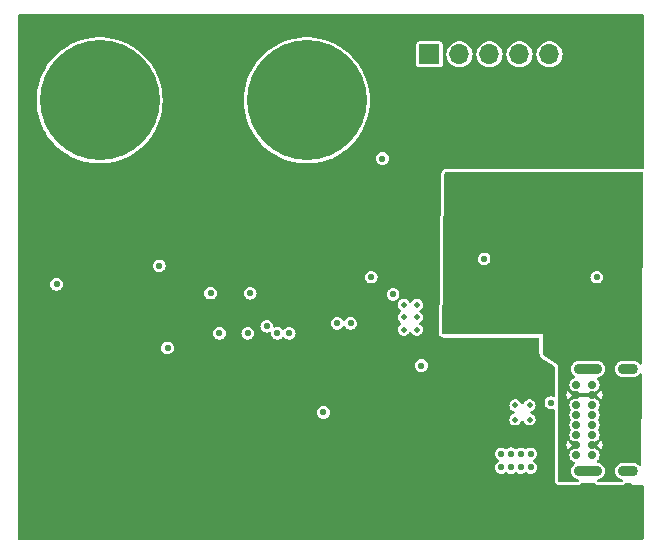
<source format=gbr>
%TF.GenerationSoftware,KiCad,Pcbnew,8.0.4*%
%TF.CreationDate,2024-11-18T17:08:07-08:00*%
%TF.ProjectId,USBC_UART_Dock_Prototype,55534243-5f55-4415-9254-5f446f636b5f,rev?*%
%TF.SameCoordinates,Original*%
%TF.FileFunction,Copper,L3,Inr*%
%TF.FilePolarity,Positive*%
%FSLAX46Y46*%
G04 Gerber Fmt 4.6, Leading zero omitted, Abs format (unit mm)*
G04 Created by KiCad (PCBNEW 8.0.4) date 2024-11-18 17:08:07*
%MOMM*%
%LPD*%
G01*
G04 APERTURE LIST*
%TA.AperFunction,ComponentPad*%
%ADD10C,10.160000*%
%TD*%
%TA.AperFunction,ComponentPad*%
%ADD11C,0.700000*%
%TD*%
%TA.AperFunction,ComponentPad*%
%ADD12O,2.400000X0.900000*%
%TD*%
%TA.AperFunction,ComponentPad*%
%ADD13O,1.700000X0.900000*%
%TD*%
%TA.AperFunction,HeatsinkPad*%
%ADD14C,0.500000*%
%TD*%
%TA.AperFunction,ComponentPad*%
%ADD15O,1.700000X1.700000*%
%TD*%
%TA.AperFunction,ComponentPad*%
%ADD16R,1.700000X1.700000*%
%TD*%
%TA.AperFunction,ComponentPad*%
%ADD17C,0.499999*%
%TD*%
%TA.AperFunction,ViaPad*%
%ADD18C,0.558800*%
%TD*%
%TA.AperFunction,Conductor*%
%ADD19C,0.300000*%
%TD*%
G04 APERTURE END LIST*
D10*
%TO.N,+5V*%
%TO.C,J1*%
X122450000Y-67287500D03*
%TD*%
D11*
%TO.N,GND*%
%TO.C,J4*%
X162825000Y-97312500D03*
%TO.N,+VUSB*%
X162825000Y-96462500D03*
%TO.N,/CONN_USB_CC1*%
X162825000Y-95612500D03*
%TO.N,/CONN_USB_D+*%
X162825000Y-94762500D03*
%TO.N,/CONN_USB_D-*%
X162825000Y-93912500D03*
%TO.N,unconnected-(J4-SBU1-PadA8)*%
X162825000Y-93062500D03*
%TO.N,+VUSB*%
X162825000Y-92212500D03*
%TO.N,GND*%
X162825000Y-91362500D03*
X164175000Y-91362500D03*
%TO.N,+VUSB*%
X164175000Y-92212500D03*
%TO.N,/CONN_USB_CC2*%
X164175000Y-93062500D03*
%TO.N,/CONN_USB_D+*%
X164175000Y-93912500D03*
%TO.N,/CONN_USB_D-*%
X164175000Y-94762500D03*
%TO.N,unconnected-(J4-SBU2-PadB8)*%
X164175000Y-95612500D03*
%TO.N,+VUSB*%
X164175000Y-96462500D03*
%TO.N,GND*%
X164175000Y-97312500D03*
D12*
X163805000Y-98662500D03*
D13*
X167185000Y-98662500D03*
D12*
X163805000Y-90012500D03*
D13*
X167185000Y-90012500D03*
%TD*%
D10*
%TO.N,GND*%
%TO.C,J2*%
X140000000Y-67287500D03*
%TD*%
D14*
%TO.N,GND*%
%TO.C,U3*%
X158850000Y-94300000D03*
X158850000Y-93100000D03*
X157650000Y-94300000D03*
X157650000Y-93100000D03*
%TD*%
D15*
%TO.N,GND*%
%TO.C,J3*%
X160540000Y-63387500D03*
%TO.N,/UART_TX*%
X158000000Y-63387500D03*
%TO.N,/UART_RX*%
X155460000Y-63387500D03*
%TO.N,/RTS*%
X152920000Y-63387500D03*
D16*
%TO.N,/CTS*%
X150380000Y-63387500D03*
%TD*%
D17*
%TO.N,GND*%
%TO.C,U2*%
X148200000Y-84587501D03*
X148200000Y-85637501D03*
X148200000Y-86687501D03*
X149299998Y-84587501D03*
X149299998Y-85637501D03*
X149299998Y-86687501D03*
%TD*%
D18*
%TO.N,/nPWR_FLT*%
X155000000Y-80700000D03*
X147300000Y-83700000D03*
%TO.N,GND*%
X141400000Y-93700000D03*
%TO.N,+3.3V*%
X141400000Y-91300000D03*
X135400000Y-95500000D03*
X133800000Y-95500000D03*
%TO.N,GND*%
X158113632Y-98350000D03*
X118800000Y-82850000D03*
X158940905Y-97200000D03*
X156459090Y-97200000D03*
X135200000Y-83600000D03*
X156459090Y-98350000D03*
X158113632Y-97200000D03*
X128200000Y-88237500D03*
X149700000Y-89737500D03*
X157286361Y-98350000D03*
X127500000Y-81287500D03*
X131850000Y-83600000D03*
X157286361Y-97200000D03*
X145450000Y-82237500D03*
X158940905Y-98350000D03*
X136600000Y-86400000D03*
%TO.N,+3.3V*%
X160839086Y-65700000D03*
X158028178Y-65700000D03*
X156850000Y-88700000D03*
X129750000Y-85100000D03*
X155217270Y-65700000D03*
X129750000Y-87000000D03*
X130700000Y-87000000D03*
X135800000Y-85800000D03*
X162244540Y-65700000D03*
X131500000Y-87000000D03*
X151000908Y-65700000D03*
X146450000Y-86600000D03*
X159433632Y-65700000D03*
X145750000Y-86600000D03*
X148190000Y-65700000D03*
X149595454Y-65700000D03*
X156622724Y-65700000D03*
X129750000Y-86000000D03*
X152406362Y-65700000D03*
X163650000Y-65700000D03*
X153811816Y-65700000D03*
X129900000Y-90600000D03*
%TO.N,/nUSB_ERROR*%
X146400000Y-72200000D03*
X132600000Y-87000000D03*
%TO.N,/TX_ACTIVE*%
X135000000Y-87000000D03*
X164550000Y-82250000D03*
%TO.N,/UART_TX*%
X143700000Y-86150000D03*
%TO.N,/RTS*%
X138500000Y-87000000D03*
%TO.N,/UART_RX*%
X142550000Y-86150000D03*
%TO.N,+VUSB*%
X152100000Y-82800000D03*
X153250000Y-82800000D03*
X154750000Y-83600000D03*
X153250000Y-83600000D03*
X152100000Y-83600000D03*
X152100000Y-85350000D03*
X155900000Y-82800000D03*
X154750000Y-82800000D03*
X152100000Y-84550000D03*
X153250000Y-85350000D03*
X155900000Y-83600000D03*
X153250000Y-84550000D03*
X158750000Y-85662500D03*
%TO.N,/CTS*%
X137500000Y-87000000D03*
%TO.N,/CONN_USB_CC1*%
X160658399Y-92882654D03*
%TD*%
D19*
%TO.N,+VUSB*%
X161850000Y-91453818D02*
X161850000Y-91250000D01*
X162608682Y-92212500D02*
X161850000Y-91453818D01*
X164175000Y-92212500D02*
X162825000Y-92212500D01*
X162825000Y-92212500D02*
X162608682Y-92212500D01*
%TD*%
%TA.AperFunction,Conductor*%
%TO.N,+VUSB*%
G36*
X168442091Y-73369685D02*
G01*
X168487846Y-73422489D01*
X168499048Y-73474945D01*
X168376787Y-89521604D01*
X168356593Y-89588491D01*
X168303442Y-89633843D01*
X168234209Y-89643259D01*
X168170877Y-89613751D01*
X168149688Y-89589549D01*
X168148981Y-89588491D01*
X168132221Y-89563407D01*
X168132219Y-89563404D01*
X168034096Y-89465281D01*
X168034092Y-89465278D01*
X167918712Y-89388183D01*
X167918703Y-89388178D01*
X167790495Y-89335073D01*
X167790487Y-89335071D01*
X167654391Y-89308000D01*
X167654387Y-89308000D01*
X166715613Y-89308000D01*
X166715608Y-89308000D01*
X166579512Y-89335071D01*
X166579504Y-89335073D01*
X166451296Y-89388178D01*
X166451287Y-89388183D01*
X166335907Y-89465278D01*
X166335903Y-89465281D01*
X166237781Y-89563403D01*
X166237778Y-89563407D01*
X166160683Y-89678787D01*
X166160678Y-89678796D01*
X166107573Y-89807004D01*
X166107571Y-89807012D01*
X166080500Y-89943108D01*
X166080500Y-90081891D01*
X166107571Y-90217987D01*
X166107573Y-90217995D01*
X166160678Y-90346203D01*
X166160683Y-90346212D01*
X166237778Y-90461592D01*
X166237781Y-90461596D01*
X166335903Y-90559718D01*
X166335907Y-90559721D01*
X166451287Y-90636816D01*
X166451293Y-90636819D01*
X166451294Y-90636820D01*
X166579505Y-90689927D01*
X166683543Y-90710621D01*
X166715608Y-90716999D01*
X166715612Y-90717000D01*
X166715613Y-90717000D01*
X167654388Y-90717000D01*
X167654389Y-90716999D01*
X167790495Y-90689927D01*
X167918706Y-90636820D01*
X168034093Y-90559721D01*
X168132221Y-90461593D01*
X168142107Y-90446797D01*
X168195716Y-90401992D01*
X168265041Y-90393282D01*
X168328069Y-90423434D01*
X168364791Y-90482876D01*
X168369206Y-90516631D01*
X168311472Y-98094244D01*
X168291278Y-98161131D01*
X168238127Y-98206483D01*
X168168894Y-98215899D01*
X168105562Y-98186391D01*
X168099795Y-98180980D01*
X168034096Y-98115281D01*
X168034092Y-98115278D01*
X167918712Y-98038183D01*
X167918703Y-98038178D01*
X167790495Y-97985073D01*
X167790487Y-97985071D01*
X167654391Y-97958000D01*
X167654387Y-97958000D01*
X166715613Y-97958000D01*
X166715608Y-97958000D01*
X166579512Y-97985071D01*
X166579504Y-97985073D01*
X166451296Y-98038178D01*
X166451287Y-98038183D01*
X166335907Y-98115278D01*
X166335903Y-98115281D01*
X166237781Y-98213403D01*
X166237778Y-98213407D01*
X166160683Y-98328787D01*
X166160678Y-98328796D01*
X166107573Y-98457004D01*
X166107571Y-98457012D01*
X166080500Y-98593108D01*
X166080500Y-98731891D01*
X166107571Y-98867987D01*
X166107573Y-98867995D01*
X166160678Y-98996203D01*
X166160683Y-98996212D01*
X166237778Y-99111592D01*
X166237781Y-99111596D01*
X166335903Y-99209718D01*
X166335907Y-99209721D01*
X166451287Y-99286816D01*
X166451293Y-99286819D01*
X166451294Y-99286820D01*
X166579505Y-99339927D01*
X166609960Y-99345984D01*
X166652179Y-99354383D01*
X166714090Y-99386767D01*
X166748664Y-99447483D01*
X166744925Y-99517253D01*
X166704059Y-99573925D01*
X166639041Y-99599506D01*
X166627988Y-99600000D01*
X164712012Y-99600000D01*
X164644973Y-99580315D01*
X164599218Y-99527511D01*
X164589274Y-99458353D01*
X164618299Y-99394797D01*
X164677077Y-99357023D01*
X164687821Y-99354383D01*
X164722642Y-99347456D01*
X164760495Y-99339927D01*
X164888706Y-99286820D01*
X165004093Y-99209721D01*
X165102221Y-99111593D01*
X165179320Y-98996206D01*
X165232427Y-98867995D01*
X165259500Y-98731887D01*
X165259500Y-98593113D01*
X165232427Y-98457005D01*
X165179320Y-98328794D01*
X165179319Y-98328793D01*
X165179316Y-98328787D01*
X165102221Y-98213407D01*
X165102218Y-98213403D01*
X165004096Y-98115281D01*
X165004092Y-98115278D01*
X164888712Y-98038183D01*
X164888703Y-98038178D01*
X164760495Y-97985073D01*
X164760487Y-97985071D01*
X164656451Y-97964377D01*
X164594540Y-97931992D01*
X164559966Y-97871277D01*
X164563705Y-97801507D01*
X164600913Y-97749906D01*
X164600388Y-97749381D01*
X164603632Y-97746136D01*
X164604571Y-97744835D01*
X164604928Y-97744558D01*
X164606134Y-97743634D01*
X164703030Y-97617358D01*
X164763940Y-97470306D01*
X164784716Y-97312500D01*
X164763940Y-97154694D01*
X164703030Y-97007642D01*
X164632320Y-96915492D01*
X164615339Y-96871567D01*
X164588065Y-96865634D01*
X164572005Y-96855178D01*
X164513299Y-96810131D01*
X164479858Y-96784470D01*
X164479857Y-96784469D01*
X164479855Y-96784468D01*
X164332809Y-96723561D01*
X164332807Y-96723560D01*
X164332806Y-96723560D01*
X164253903Y-96713172D01*
X164175001Y-96702784D01*
X164174997Y-96702784D01*
X164135533Y-96707979D01*
X164066497Y-96697213D01*
X164031668Y-96672721D01*
X163909127Y-96550180D01*
X163875642Y-96488857D01*
X163880372Y-96422718D01*
X163975000Y-96422718D01*
X163975000Y-96502282D01*
X164005448Y-96575791D01*
X164061709Y-96632052D01*
X164135218Y-96662500D01*
X164214782Y-96662500D01*
X164288291Y-96632052D01*
X164344552Y-96575791D01*
X164375000Y-96502282D01*
X164375000Y-96462500D01*
X164528553Y-96462500D01*
X164528553Y-96462501D01*
X164735173Y-96669121D01*
X164766468Y-96726434D01*
X164803821Y-96739862D01*
X164818378Y-96752326D01*
X164926651Y-96860599D01*
X164926652Y-96860599D01*
X164955790Y-96810131D01*
X165011003Y-96640202D01*
X165011004Y-96640200D01*
X165029681Y-96462500D01*
X165011004Y-96284799D01*
X165011003Y-96284797D01*
X164955793Y-96114875D01*
X164955790Y-96114869D01*
X164926651Y-96064399D01*
X164818380Y-96172671D01*
X164761063Y-96203968D01*
X164747636Y-96241321D01*
X164735173Y-96255879D01*
X164528553Y-96462500D01*
X164375000Y-96462500D01*
X164375000Y-96422718D01*
X164344552Y-96349209D01*
X164288291Y-96292948D01*
X164214782Y-96262500D01*
X164135218Y-96262500D01*
X164061709Y-96292948D01*
X164005448Y-96349209D01*
X163975000Y-96422718D01*
X163880372Y-96422718D01*
X163880626Y-96419165D01*
X163909127Y-96374817D01*
X164031668Y-96252277D01*
X164092991Y-96218793D01*
X164135533Y-96217020D01*
X164160334Y-96220285D01*
X164174999Y-96222216D01*
X164174999Y-96222215D01*
X164175000Y-96222216D01*
X164332806Y-96201440D01*
X164479858Y-96140530D01*
X164572004Y-96069822D01*
X164615933Y-96052839D01*
X164621867Y-96025563D01*
X164632324Y-96009503D01*
X164703029Y-95917359D01*
X164703028Y-95917359D01*
X164703030Y-95917358D01*
X164763940Y-95770306D01*
X164784716Y-95612500D01*
X164763940Y-95454694D01*
X164703030Y-95307642D01*
X164668762Y-95262985D01*
X164643569Y-95197819D01*
X164657606Y-95129374D01*
X164668758Y-95112020D01*
X164703030Y-95067358D01*
X164763940Y-94920306D01*
X164784716Y-94762500D01*
X164763940Y-94604694D01*
X164703030Y-94457642D01*
X164668762Y-94412985D01*
X164643569Y-94347819D01*
X164657606Y-94279374D01*
X164668758Y-94262020D01*
X164703030Y-94217358D01*
X164763940Y-94070306D01*
X164784716Y-93912500D01*
X164763940Y-93754694D01*
X164703030Y-93607642D01*
X164668762Y-93562985D01*
X164643569Y-93497819D01*
X164657606Y-93429374D01*
X164668758Y-93412020D01*
X164703030Y-93367358D01*
X164763940Y-93220306D01*
X164784716Y-93062500D01*
X164763940Y-92904694D01*
X164703030Y-92757642D01*
X164632320Y-92665492D01*
X164615339Y-92621567D01*
X164588065Y-92615634D01*
X164572005Y-92605178D01*
X164513299Y-92560131D01*
X164479858Y-92534470D01*
X164479857Y-92534469D01*
X164479855Y-92534468D01*
X164332809Y-92473561D01*
X164332807Y-92473560D01*
X164332806Y-92473560D01*
X164253903Y-92463172D01*
X164175001Y-92452784D01*
X164174997Y-92452784D01*
X164135533Y-92457979D01*
X164066497Y-92447213D01*
X164031668Y-92422721D01*
X163909127Y-92300180D01*
X163875642Y-92238857D01*
X163880372Y-92172718D01*
X163975000Y-92172718D01*
X163975000Y-92252282D01*
X164005448Y-92325791D01*
X164061709Y-92382052D01*
X164135218Y-92412500D01*
X164214782Y-92412500D01*
X164288291Y-92382052D01*
X164344552Y-92325791D01*
X164375000Y-92252282D01*
X164375000Y-92212500D01*
X164528553Y-92212500D01*
X164528553Y-92212501D01*
X164735173Y-92419121D01*
X164766468Y-92476434D01*
X164803821Y-92489862D01*
X164818378Y-92502326D01*
X164926651Y-92610599D01*
X164926652Y-92610599D01*
X164955790Y-92560131D01*
X165011003Y-92390202D01*
X165011004Y-92390200D01*
X165029681Y-92212500D01*
X165011004Y-92034799D01*
X165011003Y-92034797D01*
X164955793Y-91864875D01*
X164955790Y-91864869D01*
X164926651Y-91814399D01*
X164818380Y-91922671D01*
X164761063Y-91953968D01*
X164747636Y-91991321D01*
X164735173Y-92005879D01*
X164528553Y-92212500D01*
X164375000Y-92212500D01*
X164375000Y-92172718D01*
X164344552Y-92099209D01*
X164288291Y-92042948D01*
X164214782Y-92012500D01*
X164135218Y-92012500D01*
X164061709Y-92042948D01*
X164005448Y-92099209D01*
X163975000Y-92172718D01*
X163880372Y-92172718D01*
X163880626Y-92169165D01*
X163909127Y-92124817D01*
X164031668Y-92002277D01*
X164092991Y-91968793D01*
X164135533Y-91967020D01*
X164160334Y-91970285D01*
X164174999Y-91972216D01*
X164174999Y-91972215D01*
X164175000Y-91972216D01*
X164332806Y-91951440D01*
X164479858Y-91890530D01*
X164572004Y-91819822D01*
X164615933Y-91802839D01*
X164621867Y-91775563D01*
X164632324Y-91759503D01*
X164703029Y-91667359D01*
X164703028Y-91667359D01*
X164703030Y-91667358D01*
X164763940Y-91520306D01*
X164784716Y-91362500D01*
X164763940Y-91204694D01*
X164703030Y-91057642D01*
X164606134Y-90931366D01*
X164606132Y-90931364D01*
X164606131Y-90931363D01*
X164605155Y-90930614D01*
X164604538Y-90929769D01*
X164600388Y-90925619D01*
X164601035Y-90924971D01*
X164563953Y-90874186D01*
X164559798Y-90804440D01*
X164594011Y-90743520D01*
X164655728Y-90710768D01*
X164656207Y-90710670D01*
X164760495Y-90689927D01*
X164888706Y-90636820D01*
X165004093Y-90559721D01*
X165102221Y-90461593D01*
X165179320Y-90346206D01*
X165232427Y-90217995D01*
X165259500Y-90081887D01*
X165259500Y-89943113D01*
X165232427Y-89807005D01*
X165179320Y-89678794D01*
X165179319Y-89678793D01*
X165179316Y-89678787D01*
X165102221Y-89563407D01*
X165102218Y-89563403D01*
X165004096Y-89465281D01*
X165004092Y-89465278D01*
X164888712Y-89388183D01*
X164888703Y-89388178D01*
X164760495Y-89335073D01*
X164760487Y-89335071D01*
X164624391Y-89308000D01*
X164624387Y-89308000D01*
X162985613Y-89308000D01*
X162985608Y-89308000D01*
X162849512Y-89335071D01*
X162849504Y-89335073D01*
X162721296Y-89388178D01*
X162721287Y-89388183D01*
X162605907Y-89465278D01*
X162605903Y-89465281D01*
X162507781Y-89563403D01*
X162507778Y-89563407D01*
X162430683Y-89678787D01*
X162430678Y-89678796D01*
X162377573Y-89807004D01*
X162377571Y-89807012D01*
X162350500Y-89943108D01*
X162350500Y-90081891D01*
X162377571Y-90217987D01*
X162377573Y-90217995D01*
X162430678Y-90346203D01*
X162430683Y-90346212D01*
X162507778Y-90461592D01*
X162507781Y-90461596D01*
X162605903Y-90559718D01*
X162605911Y-90559724D01*
X162634030Y-90578513D01*
X162678836Y-90632125D01*
X162687543Y-90701450D01*
X162657389Y-90764477D01*
X162612592Y-90796176D01*
X162520144Y-90834468D01*
X162393866Y-90931366D01*
X162296968Y-91057644D01*
X162236061Y-91204690D01*
X162236060Y-91204694D01*
X162215284Y-91362499D01*
X162215284Y-91362500D01*
X162236060Y-91520305D01*
X162236061Y-91520309D01*
X162296968Y-91667355D01*
X162367681Y-91759509D01*
X162384660Y-91803429D01*
X162411930Y-91809362D01*
X162427985Y-91819814D01*
X162520142Y-91890530D01*
X162667194Y-91951440D01*
X162825000Y-91972216D01*
X162864464Y-91967020D01*
X162933499Y-91977785D01*
X162968331Y-92002278D01*
X163090871Y-92124818D01*
X163124356Y-92186141D01*
X163119372Y-92255833D01*
X163090871Y-92300180D01*
X162968330Y-92422721D01*
X162907007Y-92456206D01*
X162864465Y-92457979D01*
X162825003Y-92452784D01*
X162824999Y-92452784D01*
X162667194Y-92473560D01*
X162667190Y-92473561D01*
X162520143Y-92534469D01*
X162520141Y-92534470D01*
X162427989Y-92605181D01*
X162384070Y-92622159D01*
X162378138Y-92649429D01*
X162367682Y-92665488D01*
X162296970Y-92757641D01*
X162296969Y-92757643D01*
X162236061Y-92904690D01*
X162236060Y-92904694D01*
X162215284Y-93062499D01*
X162215284Y-93062500D01*
X162236060Y-93220305D01*
X162236061Y-93220309D01*
X162296968Y-93367355D01*
X162296969Y-93367357D01*
X162296970Y-93367358D01*
X162331236Y-93412014D01*
X162356430Y-93477182D01*
X162342392Y-93545627D01*
X162331239Y-93562981D01*
X162331235Y-93562988D01*
X162296968Y-93607644D01*
X162236061Y-93754690D01*
X162236060Y-93754694D01*
X162215284Y-93912499D01*
X162215284Y-93912500D01*
X162236060Y-94070305D01*
X162236061Y-94070309D01*
X162296968Y-94217355D01*
X162296969Y-94217357D01*
X162296970Y-94217358D01*
X162331236Y-94262014D01*
X162356430Y-94327182D01*
X162342392Y-94395627D01*
X162331239Y-94412981D01*
X162331235Y-94412988D01*
X162296968Y-94457644D01*
X162236061Y-94604690D01*
X162236060Y-94604694D01*
X162215284Y-94762499D01*
X162215284Y-94762500D01*
X162236060Y-94920305D01*
X162236061Y-94920309D01*
X162296968Y-95067355D01*
X162296969Y-95067357D01*
X162296970Y-95067358D01*
X162331236Y-95112014D01*
X162356430Y-95177182D01*
X162342392Y-95245627D01*
X162331239Y-95262981D01*
X162331235Y-95262988D01*
X162296968Y-95307644D01*
X162236061Y-95454690D01*
X162236060Y-95454694D01*
X162215284Y-95612499D01*
X162215284Y-95612500D01*
X162236060Y-95770305D01*
X162236061Y-95770309D01*
X162296968Y-95917355D01*
X162367681Y-96009509D01*
X162384660Y-96053429D01*
X162411930Y-96059362D01*
X162427985Y-96069814D01*
X162520142Y-96140530D01*
X162667194Y-96201440D01*
X162825000Y-96222216D01*
X162864464Y-96217020D01*
X162933499Y-96227785D01*
X162968331Y-96252278D01*
X163090871Y-96374818D01*
X163124356Y-96436141D01*
X163119372Y-96505833D01*
X163090871Y-96550180D01*
X162968330Y-96672721D01*
X162907007Y-96706206D01*
X162864465Y-96707979D01*
X162825003Y-96702784D01*
X162824999Y-96702784D01*
X162667194Y-96723560D01*
X162667190Y-96723561D01*
X162520143Y-96784469D01*
X162520141Y-96784470D01*
X162427989Y-96855181D01*
X162384070Y-96872159D01*
X162378138Y-96899429D01*
X162367682Y-96915488D01*
X162296970Y-97007641D01*
X162296969Y-97007643D01*
X162236061Y-97154690D01*
X162236060Y-97154694D01*
X162215284Y-97312500D01*
X162235921Y-97469254D01*
X162236060Y-97470305D01*
X162236061Y-97470309D01*
X162296968Y-97617355D01*
X162296969Y-97617357D01*
X162296970Y-97617358D01*
X162393866Y-97743634D01*
X162520142Y-97840530D01*
X162612593Y-97878824D01*
X162666995Y-97922663D01*
X162689061Y-97988957D01*
X162671783Y-98056656D01*
X162634032Y-98096485D01*
X162605910Y-98115276D01*
X162605903Y-98115281D01*
X162507781Y-98213403D01*
X162507778Y-98213407D01*
X162430683Y-98328787D01*
X162430678Y-98328796D01*
X162377573Y-98457004D01*
X162377571Y-98457012D01*
X162350500Y-98593108D01*
X162350500Y-98731891D01*
X162377571Y-98867987D01*
X162377573Y-98867995D01*
X162430678Y-98996203D01*
X162430683Y-98996212D01*
X162507778Y-99111592D01*
X162507781Y-99111596D01*
X162605903Y-99209718D01*
X162605907Y-99209721D01*
X162721287Y-99286816D01*
X162721293Y-99286819D01*
X162721294Y-99286820D01*
X162849505Y-99339927D01*
X162879960Y-99345984D01*
X162922179Y-99354383D01*
X162984090Y-99386767D01*
X163018664Y-99447483D01*
X163014925Y-99517253D01*
X162974059Y-99573925D01*
X162909041Y-99599506D01*
X162897988Y-99600000D01*
X161374000Y-99600000D01*
X161306961Y-99580315D01*
X161261206Y-99527511D01*
X161250000Y-99476000D01*
X161250000Y-96462500D01*
X161970318Y-96462500D01*
X161988995Y-96640200D01*
X161988996Y-96640202D01*
X162044209Y-96810131D01*
X162044210Y-96810133D01*
X162073346Y-96860598D01*
X162073347Y-96860599D01*
X162181625Y-96752321D01*
X162238932Y-96721028D01*
X162252359Y-96683681D01*
X162264822Y-96669123D01*
X162471446Y-96462499D01*
X162431665Y-96422718D01*
X162625000Y-96422718D01*
X162625000Y-96502282D01*
X162655448Y-96575791D01*
X162711709Y-96632052D01*
X162785218Y-96662500D01*
X162864782Y-96662500D01*
X162938291Y-96632052D01*
X162994552Y-96575791D01*
X163025000Y-96502282D01*
X163025000Y-96422718D01*
X162994552Y-96349209D01*
X162938291Y-96292948D01*
X162864782Y-96262500D01*
X162785218Y-96262500D01*
X162711709Y-96292948D01*
X162655448Y-96349209D01*
X162625000Y-96422718D01*
X162431665Y-96422718D01*
X162264822Y-96255875D01*
X162233529Y-96198566D01*
X162196181Y-96185141D01*
X162181624Y-96172677D01*
X162073347Y-96064400D01*
X162044208Y-96114870D01*
X161988996Y-96284797D01*
X161988995Y-96284799D01*
X161970318Y-96462500D01*
X161250000Y-96462500D01*
X161250000Y-92212500D01*
X161970318Y-92212500D01*
X161988995Y-92390200D01*
X161988996Y-92390202D01*
X162044209Y-92560131D01*
X162044210Y-92560133D01*
X162073346Y-92610598D01*
X162073347Y-92610599D01*
X162181625Y-92502321D01*
X162238932Y-92471028D01*
X162252359Y-92433681D01*
X162264822Y-92419123D01*
X162471446Y-92212499D01*
X162431665Y-92172718D01*
X162625000Y-92172718D01*
X162625000Y-92252282D01*
X162655448Y-92325791D01*
X162711709Y-92382052D01*
X162785218Y-92412500D01*
X162864782Y-92412500D01*
X162938291Y-92382052D01*
X162994552Y-92325791D01*
X163025000Y-92252282D01*
X163025000Y-92172718D01*
X162994552Y-92099209D01*
X162938291Y-92042948D01*
X162864782Y-92012500D01*
X162785218Y-92012500D01*
X162711709Y-92042948D01*
X162655448Y-92099209D01*
X162625000Y-92172718D01*
X162431665Y-92172718D01*
X162264822Y-92005875D01*
X162233529Y-91948566D01*
X162196181Y-91935141D01*
X162181624Y-91922677D01*
X162073347Y-91814400D01*
X162044208Y-91864870D01*
X161988996Y-92034797D01*
X161988995Y-92034799D01*
X161970318Y-92212500D01*
X161250000Y-92212500D01*
X161250000Y-89700000D01*
X161249999Y-89699999D01*
X160003418Y-88836981D01*
X159959503Y-88782637D01*
X159950000Y-88735029D01*
X159950000Y-87100000D01*
X151575817Y-87100000D01*
X151508778Y-87080315D01*
X151463023Y-87027511D01*
X151451830Y-86974197D01*
X151520546Y-82249998D01*
X164011493Y-82249998D01*
X164011493Y-82250001D01*
X164029841Y-82389374D01*
X164029843Y-82389379D01*
X164083637Y-82519252D01*
X164083639Y-82519255D01*
X164169217Y-82630781D01*
X164169218Y-82630782D01*
X164280744Y-82716360D01*
X164280747Y-82716362D01*
X164362644Y-82750284D01*
X164410624Y-82770158D01*
X164480312Y-82779332D01*
X164549999Y-82788507D01*
X164550000Y-82788507D01*
X164550001Y-82788507D01*
X164596458Y-82782390D01*
X164689376Y-82770158D01*
X164819254Y-82716361D01*
X164930782Y-82630782D01*
X165016361Y-82519254D01*
X165070158Y-82389376D01*
X165088507Y-82250000D01*
X165070158Y-82110624D01*
X165016361Y-81980747D01*
X164930782Y-81869218D01*
X164930780Y-81869217D01*
X164930780Y-81869216D01*
X164819254Y-81783639D01*
X164819252Y-81783637D01*
X164689379Y-81729843D01*
X164689374Y-81729841D01*
X164550001Y-81711493D01*
X164549999Y-81711493D01*
X164410625Y-81729841D01*
X164410620Y-81729843D01*
X164280751Y-81783636D01*
X164280750Y-81783637D01*
X164169218Y-81869218D01*
X164083637Y-81980750D01*
X164083636Y-81980751D01*
X164029843Y-82110620D01*
X164029841Y-82110625D01*
X164011493Y-82249998D01*
X151520546Y-82249998D01*
X151543091Y-80699998D01*
X154461493Y-80699998D01*
X154461493Y-80700001D01*
X154479841Y-80839374D01*
X154479843Y-80839379D01*
X154533637Y-80969252D01*
X154533639Y-80969255D01*
X154619217Y-81080781D01*
X154619218Y-81080782D01*
X154730744Y-81166360D01*
X154730747Y-81166362D01*
X154812644Y-81200284D01*
X154860624Y-81220158D01*
X154930312Y-81229332D01*
X154999999Y-81238507D01*
X155000000Y-81238507D01*
X155000001Y-81238507D01*
X155046458Y-81232390D01*
X155139376Y-81220158D01*
X155269254Y-81166361D01*
X155380782Y-81080782D01*
X155466361Y-80969254D01*
X155520158Y-80839376D01*
X155538507Y-80700000D01*
X155520158Y-80560624D01*
X155466361Y-80430747D01*
X155380782Y-80319218D01*
X155380780Y-80319217D01*
X155380780Y-80319216D01*
X155269254Y-80233639D01*
X155269252Y-80233637D01*
X155139379Y-80179843D01*
X155139374Y-80179841D01*
X155000001Y-80161493D01*
X154999999Y-80161493D01*
X154860625Y-80179841D01*
X154860620Y-80179843D01*
X154730751Y-80233636D01*
X154730750Y-80233637D01*
X154619218Y-80319218D01*
X154533637Y-80430750D01*
X154533636Y-80430751D01*
X154479843Y-80560620D01*
X154479841Y-80560625D01*
X154461493Y-80699998D01*
X151543091Y-80699998D01*
X151648223Y-73472197D01*
X151668881Y-73405450D01*
X151722344Y-73360468D01*
X151772210Y-73350000D01*
X168375052Y-73350000D01*
X168442091Y-73369685D01*
G37*
%TD.AperFunction*%
%TD*%
%TA.AperFunction,Conductor*%
%TO.N,+3.3V*%
G36*
X168492539Y-60020185D02*
G01*
X168538294Y-60072989D01*
X168549500Y-60124500D01*
X168549500Y-72972478D01*
X168529815Y-73039517D01*
X168477011Y-73085272D01*
X168407854Y-73095216D01*
X168375053Y-73090500D01*
X168375052Y-73090500D01*
X151772210Y-73090500D01*
X151772206Y-73090500D01*
X151718904Y-73096033D01*
X151718899Y-73096034D01*
X151669016Y-73106506D01*
X151643988Y-73113079D01*
X151643986Y-73113080D01*
X151643982Y-73113081D01*
X151643982Y-73113082D01*
X151597548Y-73138637D01*
X151555275Y-73161902D01*
X151555270Y-73161905D01*
X151501820Y-73206877D01*
X151469213Y-73239700D01*
X151469212Y-73239702D01*
X151420984Y-73328720D01*
X151420979Y-73328732D01*
X151400327Y-73395460D01*
X151400323Y-73395479D01*
X151388751Y-73468412D01*
X151388750Y-73468421D01*
X151388750Y-73468423D01*
X151283618Y-80696224D01*
X151283563Y-80699999D01*
X151282583Y-80767343D01*
X151261073Y-82246221D01*
X151261073Y-82246224D01*
X151261018Y-82250000D01*
X151192733Y-86944602D01*
X151192357Y-86970423D01*
X151195212Y-87000000D01*
X151197867Y-87027518D01*
X151209061Y-87080837D01*
X151209063Y-87080844D01*
X151216801Y-87109457D01*
X151216803Y-87109463D01*
X151266902Y-87197443D01*
X151266904Y-87197445D01*
X151266906Y-87197448D01*
X151291103Y-87225373D01*
X151312657Y-87250248D01*
X151312660Y-87250251D01*
X151312661Y-87250252D01*
X151345948Y-87282371D01*
X151435666Y-87329303D01*
X151502705Y-87348988D01*
X151502709Y-87348988D01*
X151502711Y-87348989D01*
X151514524Y-87350687D01*
X151575817Y-87359500D01*
X159566500Y-87359500D01*
X159633539Y-87379185D01*
X159679294Y-87431989D01*
X159690500Y-87483500D01*
X159690500Y-88735024D01*
X159695520Y-88785828D01*
X159695521Y-88785834D01*
X159705022Y-88833432D01*
X159710614Y-88856086D01*
X159733077Y-88898886D01*
X159757667Y-88945739D01*
X159801582Y-89000083D01*
X159855708Y-89050340D01*
X160937082Y-89798983D01*
X160980997Y-89853327D01*
X160990500Y-89900935D01*
X160990500Y-92256746D01*
X160970815Y-92323785D01*
X160918011Y-92369540D01*
X160848853Y-92379484D01*
X160819049Y-92371308D01*
X160797775Y-92362496D01*
X160797773Y-92362495D01*
X160658400Y-92344147D01*
X160658398Y-92344147D01*
X160519024Y-92362495D01*
X160519019Y-92362497D01*
X160389150Y-92416290D01*
X160389149Y-92416291D01*
X160277617Y-92501872D01*
X160192036Y-92613404D01*
X160192035Y-92613405D01*
X160138242Y-92743274D01*
X160138240Y-92743279D01*
X160119892Y-92882652D01*
X160119892Y-92882655D01*
X160138240Y-93022028D01*
X160138242Y-93022033D01*
X160192036Y-93151906D01*
X160192038Y-93151909D01*
X160277616Y-93263435D01*
X160277617Y-93263436D01*
X160389143Y-93349014D01*
X160389146Y-93349016D01*
X160471043Y-93382938D01*
X160519023Y-93402812D01*
X160588711Y-93411986D01*
X160658398Y-93421161D01*
X160658399Y-93421161D01*
X160658400Y-93421161D01*
X160704857Y-93415044D01*
X160797775Y-93402812D01*
X160819047Y-93394000D01*
X160888515Y-93386531D01*
X160950994Y-93417805D01*
X160986648Y-93477893D01*
X160990500Y-93508561D01*
X160990500Y-99476008D01*
X160996430Y-99531161D01*
X161007639Y-99582683D01*
X161014986Y-99609463D01*
X161059642Y-99687883D01*
X161065089Y-99697448D01*
X161068577Y-99701473D01*
X161110840Y-99750248D01*
X161110843Y-99750251D01*
X161110844Y-99750252D01*
X161144131Y-99782371D01*
X161233849Y-99829303D01*
X161233851Y-99829303D01*
X161233852Y-99829304D01*
X161256195Y-99835864D01*
X161300888Y-99848988D01*
X161300892Y-99848988D01*
X161300894Y-99848989D01*
X161312707Y-99850687D01*
X161374000Y-99859500D01*
X161374001Y-99859500D01*
X162897988Y-99859500D01*
X162909574Y-99859241D01*
X162920627Y-99858747D01*
X163004051Y-99840988D01*
X163069069Y-99815407D01*
X163110437Y-99794699D01*
X163184543Y-99725704D01*
X163202016Y-99701473D01*
X163257194Y-99658610D01*
X163302594Y-99650000D01*
X164305366Y-99650000D01*
X164372405Y-99669685D01*
X164397756Y-99694018D01*
X164399112Y-99692844D01*
X164448852Y-99750248D01*
X164448855Y-99750251D01*
X164448856Y-99750252D01*
X164482143Y-99782371D01*
X164571861Y-99829303D01*
X164571863Y-99829303D01*
X164571864Y-99829304D01*
X164594207Y-99835864D01*
X164638900Y-99848988D01*
X164638904Y-99848988D01*
X164638906Y-99848989D01*
X164650719Y-99850687D01*
X164712012Y-99859500D01*
X164712013Y-99859500D01*
X166627988Y-99859500D01*
X166639574Y-99859241D01*
X166650627Y-99858747D01*
X166734051Y-99840988D01*
X166799069Y-99815407D01*
X166840437Y-99794699D01*
X166914543Y-99725704D01*
X166932016Y-99701473D01*
X166987194Y-99658610D01*
X167032594Y-99650000D01*
X167335366Y-99650000D01*
X167402405Y-99669685D01*
X167427756Y-99694018D01*
X167429112Y-99692844D01*
X167478852Y-99750248D01*
X167478855Y-99750251D01*
X167478856Y-99750252D01*
X167512143Y-99782371D01*
X167601861Y-99829303D01*
X167601863Y-99829303D01*
X167601864Y-99829304D01*
X167624207Y-99835864D01*
X167668900Y-99848988D01*
X167668904Y-99848988D01*
X167668906Y-99848989D01*
X167680719Y-99850687D01*
X167742012Y-99859500D01*
X167742013Y-99859500D01*
X168176933Y-99859500D01*
X168176942Y-99859500D01*
X168200790Y-99856981D01*
X168231132Y-99853778D01*
X168231136Y-99853777D01*
X168231139Y-99853777D01*
X168281790Y-99842960D01*
X168307664Y-99836021D01*
X168315462Y-99831659D01*
X168383579Y-99816109D01*
X168449290Y-99839854D01*
X168491732Y-99895356D01*
X168500000Y-99939877D01*
X168500000Y-104375500D01*
X168480315Y-104442539D01*
X168427511Y-104488294D01*
X168376000Y-104499500D01*
X115624500Y-104499500D01*
X115557461Y-104479815D01*
X115511706Y-104427011D01*
X115500500Y-104375500D01*
X115500500Y-97199998D01*
X155920583Y-97199998D01*
X155920583Y-97200001D01*
X155938931Y-97339374D01*
X155938933Y-97339379D01*
X155992727Y-97469252D01*
X155992729Y-97469255D01*
X156078307Y-97580781D01*
X156078308Y-97580782D01*
X156189837Y-97666362D01*
X156192007Y-97667615D01*
X156193471Y-97669150D01*
X156196284Y-97671309D01*
X156195947Y-97671747D01*
X156240221Y-97718183D01*
X156253442Y-97786790D01*
X156227472Y-97851654D01*
X156196280Y-97878685D01*
X156196285Y-97878692D01*
X156196176Y-97878774D01*
X156192017Y-97882380D01*
X156189840Y-97883636D01*
X156078308Y-97969218D01*
X155992727Y-98080750D01*
X155992726Y-98080751D01*
X155938933Y-98210620D01*
X155938931Y-98210625D01*
X155920583Y-98349998D01*
X155920583Y-98350001D01*
X155938931Y-98489374D01*
X155938933Y-98489379D01*
X155992727Y-98619252D01*
X155992729Y-98619255D01*
X156078307Y-98730781D01*
X156078308Y-98730782D01*
X156189834Y-98816360D01*
X156189837Y-98816362D01*
X156271734Y-98850284D01*
X156319714Y-98870158D01*
X156389402Y-98879332D01*
X156459089Y-98888507D01*
X156459090Y-98888507D01*
X156459091Y-98888507D01*
X156505548Y-98882390D01*
X156598466Y-98870158D01*
X156728344Y-98816361D01*
X156797239Y-98763495D01*
X156862407Y-98738301D01*
X156930852Y-98752339D01*
X156948206Y-98763491D01*
X157017107Y-98816361D01*
X157146985Y-98870158D01*
X157216673Y-98879332D01*
X157286360Y-98888507D01*
X157286361Y-98888507D01*
X157286362Y-98888507D01*
X157332819Y-98882390D01*
X157425737Y-98870158D01*
X157555615Y-98816361D01*
X157624510Y-98763495D01*
X157689678Y-98738301D01*
X157758123Y-98752339D01*
X157775477Y-98763491D01*
X157844378Y-98816361D01*
X157974256Y-98870158D01*
X158043944Y-98879332D01*
X158113631Y-98888507D01*
X158113632Y-98888507D01*
X158113633Y-98888507D01*
X158160090Y-98882390D01*
X158253008Y-98870158D01*
X158382886Y-98816361D01*
X158451782Y-98763494D01*
X158516949Y-98738300D01*
X158585394Y-98752338D01*
X158602755Y-98763495D01*
X158671649Y-98816360D01*
X158671652Y-98816362D01*
X158753549Y-98850284D01*
X158801529Y-98870158D01*
X158871217Y-98879332D01*
X158940904Y-98888507D01*
X158940905Y-98888507D01*
X158940906Y-98888507D01*
X158987363Y-98882390D01*
X159080281Y-98870158D01*
X159210159Y-98816361D01*
X159321687Y-98730782D01*
X159407266Y-98619254D01*
X159461063Y-98489376D01*
X159479412Y-98350000D01*
X159476185Y-98325492D01*
X159461063Y-98210625D01*
X159461061Y-98210620D01*
X159407268Y-98080751D01*
X159407267Y-98080750D01*
X159407266Y-98080747D01*
X159321687Y-97969218D01*
X159321685Y-97969217D01*
X159321685Y-97969216D01*
X159210159Y-97883639D01*
X159207992Y-97882388D01*
X159206528Y-97880853D01*
X159203712Y-97878692D01*
X159204048Y-97878252D01*
X159159776Y-97831822D01*
X159146551Y-97763215D01*
X159172518Y-97698350D01*
X159203716Y-97671316D01*
X159203711Y-97671309D01*
X159203836Y-97671212D01*
X159207992Y-97667612D01*
X159210156Y-97666362D01*
X159210159Y-97666361D01*
X159321687Y-97580782D01*
X159407266Y-97469254D01*
X159461063Y-97339376D01*
X159479412Y-97200000D01*
X159473447Y-97154694D01*
X159461063Y-97060625D01*
X159461061Y-97060620D01*
X159407268Y-96930751D01*
X159407267Y-96930750D01*
X159407266Y-96930747D01*
X159321687Y-96819218D01*
X159321685Y-96819217D01*
X159321685Y-96819216D01*
X159210159Y-96733639D01*
X159210157Y-96733637D01*
X159080284Y-96679843D01*
X159080279Y-96679841D01*
X158940906Y-96661493D01*
X158940904Y-96661493D01*
X158801530Y-96679841D01*
X158801525Y-96679843D01*
X158671656Y-96733636D01*
X158671655Y-96733636D01*
X158602753Y-96786506D01*
X158537583Y-96811699D01*
X158469139Y-96797660D01*
X158451783Y-96786506D01*
X158382886Y-96733639D01*
X158382885Y-96733638D01*
X158382883Y-96733637D01*
X158253011Y-96679843D01*
X158253006Y-96679841D01*
X158113633Y-96661493D01*
X158113631Y-96661493D01*
X157974257Y-96679841D01*
X157974252Y-96679843D01*
X157844383Y-96733636D01*
X157775482Y-96786505D01*
X157710313Y-96811698D01*
X157641868Y-96797659D01*
X157624511Y-96786504D01*
X157555615Y-96733639D01*
X157555613Y-96733637D01*
X157425740Y-96679843D01*
X157425735Y-96679841D01*
X157286362Y-96661493D01*
X157286360Y-96661493D01*
X157146986Y-96679841D01*
X157146981Y-96679843D01*
X157017112Y-96733636D01*
X156948211Y-96786505D01*
X156883042Y-96811698D01*
X156814597Y-96797659D01*
X156797240Y-96786504D01*
X156728344Y-96733639D01*
X156728342Y-96733637D01*
X156598469Y-96679843D01*
X156598464Y-96679841D01*
X156459091Y-96661493D01*
X156459089Y-96661493D01*
X156319715Y-96679841D01*
X156319710Y-96679843D01*
X156189841Y-96733636D01*
X156189840Y-96733637D01*
X156189837Y-96733638D01*
X156189837Y-96733639D01*
X156120942Y-96786504D01*
X156078308Y-96819218D01*
X155992727Y-96930750D01*
X155992726Y-96930751D01*
X155938933Y-97060620D01*
X155938931Y-97060625D01*
X155920583Y-97199998D01*
X115500500Y-97199998D01*
X115500500Y-93699998D01*
X140861493Y-93699998D01*
X140861493Y-93700001D01*
X140879841Y-93839374D01*
X140879843Y-93839379D01*
X140933637Y-93969252D01*
X140933639Y-93969255D01*
X141019217Y-94080781D01*
X141019218Y-94080782D01*
X141130744Y-94166360D01*
X141130747Y-94166362D01*
X141212644Y-94200284D01*
X141260624Y-94220158D01*
X141296416Y-94224870D01*
X141399999Y-94238507D01*
X141400000Y-94238507D01*
X141400001Y-94238507D01*
X141446458Y-94232390D01*
X141539376Y-94220158D01*
X141669254Y-94166361D01*
X141780782Y-94080782D01*
X141866361Y-93969254D01*
X141920158Y-93839376D01*
X141938507Y-93700000D01*
X141920158Y-93560624D01*
X141866361Y-93430747D01*
X141780782Y-93319218D01*
X141780780Y-93319217D01*
X141780780Y-93319216D01*
X141669254Y-93233639D01*
X141669252Y-93233637D01*
X141539379Y-93179843D01*
X141539374Y-93179841D01*
X141400001Y-93161493D01*
X141399999Y-93161493D01*
X141260625Y-93179841D01*
X141260620Y-93179843D01*
X141130751Y-93233636D01*
X141130750Y-93233637D01*
X141130747Y-93233638D01*
X141130747Y-93233639D01*
X141019218Y-93319218D01*
X140975989Y-93375556D01*
X140933637Y-93430750D01*
X140933636Y-93430751D01*
X140879843Y-93560620D01*
X140879841Y-93560625D01*
X140861493Y-93699998D01*
X115500500Y-93699998D01*
X115500500Y-93100000D01*
X157140312Y-93100000D01*
X157160957Y-93243595D01*
X157160958Y-93243599D01*
X157221222Y-93375556D01*
X157221223Y-93375558D01*
X157316225Y-93485196D01*
X157394659Y-93535602D01*
X157438269Y-93563630D01*
X157497505Y-93581023D01*
X157556284Y-93618797D01*
X157585309Y-93682352D01*
X157575366Y-93751511D01*
X157529611Y-93804315D01*
X157497505Y-93818977D01*
X157438270Y-93836369D01*
X157438269Y-93836369D01*
X157316226Y-93914803D01*
X157316225Y-93914803D01*
X157316225Y-93914804D01*
X157269044Y-93969254D01*
X157221223Y-94024442D01*
X157221222Y-94024443D01*
X157160958Y-94156400D01*
X157160957Y-94156404D01*
X157140312Y-94300000D01*
X157160957Y-94443595D01*
X157160958Y-94443599D01*
X157221222Y-94575556D01*
X157221223Y-94575558D01*
X157316225Y-94685196D01*
X157394659Y-94735602D01*
X157438269Y-94763630D01*
X157577461Y-94804499D01*
X157577463Y-94804500D01*
X157577464Y-94804500D01*
X157722537Y-94804500D01*
X157722537Y-94804499D01*
X157861729Y-94763630D01*
X157861730Y-94763630D01*
X157861732Y-94763629D01*
X157983775Y-94685196D01*
X158078777Y-94575558D01*
X158137206Y-94447617D01*
X158182961Y-94394813D01*
X158250000Y-94375129D01*
X158317040Y-94394814D01*
X158362794Y-94447617D01*
X158421223Y-94575558D01*
X158516225Y-94685196D01*
X158594659Y-94735602D01*
X158638269Y-94763630D01*
X158777461Y-94804499D01*
X158777463Y-94804500D01*
X158777464Y-94804500D01*
X158922537Y-94804500D01*
X158922537Y-94804499D01*
X159061729Y-94763630D01*
X159061730Y-94763630D01*
X159061732Y-94763629D01*
X159183775Y-94685196D01*
X159278777Y-94575558D01*
X159339042Y-94443596D01*
X159359688Y-94300000D01*
X159339042Y-94156404D01*
X159339041Y-94156400D01*
X159278777Y-94024443D01*
X159278777Y-94024442D01*
X159183775Y-93914804D01*
X159148950Y-93892423D01*
X159061730Y-93836369D01*
X159002494Y-93818977D01*
X158943716Y-93781204D01*
X158914690Y-93717648D01*
X158924633Y-93648489D01*
X158970388Y-93595685D01*
X159002494Y-93581023D01*
X159061729Y-93563630D01*
X159061730Y-93563630D01*
X159066406Y-93560625D01*
X159183775Y-93485196D01*
X159278777Y-93375558D01*
X159321664Y-93281646D01*
X159339041Y-93243599D01*
X159339042Y-93243595D01*
X159359688Y-93100000D01*
X159339042Y-92956404D01*
X159339041Y-92956400D01*
X159278777Y-92824443D01*
X159278777Y-92824442D01*
X159183775Y-92714804D01*
X159148950Y-92692423D01*
X159061730Y-92636369D01*
X158922538Y-92595500D01*
X158922536Y-92595500D01*
X158777464Y-92595500D01*
X158777461Y-92595500D01*
X158638270Y-92636369D01*
X158638269Y-92636369D01*
X158516226Y-92714803D01*
X158421223Y-92824442D01*
X158421222Y-92824443D01*
X158362794Y-92952382D01*
X158317039Y-93005186D01*
X158249999Y-93024870D01*
X158182960Y-93005185D01*
X158137206Y-92952382D01*
X158078777Y-92824443D01*
X158078777Y-92824442D01*
X157983775Y-92714804D01*
X157948950Y-92692423D01*
X157861730Y-92636369D01*
X157722538Y-92595500D01*
X157722536Y-92595500D01*
X157577464Y-92595500D01*
X157577461Y-92595500D01*
X157438270Y-92636369D01*
X157438269Y-92636369D01*
X157316226Y-92714803D01*
X157221223Y-92824442D01*
X157221222Y-92824443D01*
X157160958Y-92956400D01*
X157160957Y-92956404D01*
X157140312Y-93100000D01*
X115500500Y-93100000D01*
X115500500Y-89737498D01*
X149161493Y-89737498D01*
X149161493Y-89737501D01*
X149179841Y-89876874D01*
X149179843Y-89876879D01*
X149233637Y-90006752D01*
X149233639Y-90006755D01*
X149319217Y-90118281D01*
X149319218Y-90118282D01*
X149430744Y-90203860D01*
X149430747Y-90203862D01*
X149512644Y-90237784D01*
X149560624Y-90257658D01*
X149630312Y-90266832D01*
X149699999Y-90276007D01*
X149700000Y-90276007D01*
X149700001Y-90276007D01*
X149746458Y-90269890D01*
X149839376Y-90257658D01*
X149969254Y-90203861D01*
X150080782Y-90118282D01*
X150166361Y-90006754D01*
X150220158Y-89876876D01*
X150238507Y-89737500D01*
X150220158Y-89598124D01*
X150166361Y-89468247D01*
X150080782Y-89356718D01*
X150080780Y-89356717D01*
X150080780Y-89356716D01*
X149969254Y-89271139D01*
X149969252Y-89271137D01*
X149839379Y-89217343D01*
X149839374Y-89217341D01*
X149700001Y-89198993D01*
X149699999Y-89198993D01*
X149560625Y-89217341D01*
X149560620Y-89217343D01*
X149430751Y-89271136D01*
X149430750Y-89271137D01*
X149319218Y-89356718D01*
X149233637Y-89468250D01*
X149233636Y-89468251D01*
X149179843Y-89598120D01*
X149179841Y-89598125D01*
X149161493Y-89737498D01*
X115500500Y-89737498D01*
X115500500Y-88237498D01*
X127661493Y-88237498D01*
X127661493Y-88237501D01*
X127679841Y-88376874D01*
X127679843Y-88376879D01*
X127733637Y-88506752D01*
X127733639Y-88506755D01*
X127819217Y-88618281D01*
X127819218Y-88618282D01*
X127930744Y-88703860D01*
X127930747Y-88703862D01*
X128012644Y-88737784D01*
X128060624Y-88757658D01*
X128130312Y-88766832D01*
X128199999Y-88776007D01*
X128200000Y-88776007D01*
X128200001Y-88776007D01*
X128246458Y-88769890D01*
X128339376Y-88757658D01*
X128469254Y-88703861D01*
X128580782Y-88618282D01*
X128666361Y-88506754D01*
X128720158Y-88376876D01*
X128738507Y-88237500D01*
X128720158Y-88098124D01*
X128666361Y-87968247D01*
X128580782Y-87856718D01*
X128580780Y-87856717D01*
X128580780Y-87856716D01*
X128469254Y-87771139D01*
X128469252Y-87771137D01*
X128339379Y-87717343D01*
X128339374Y-87717341D01*
X128200001Y-87698993D01*
X128199999Y-87698993D01*
X128060625Y-87717341D01*
X128060620Y-87717343D01*
X127930751Y-87771136D01*
X127930750Y-87771137D01*
X127819218Y-87856718D01*
X127733637Y-87968250D01*
X127733636Y-87968251D01*
X127679843Y-88098120D01*
X127679841Y-88098125D01*
X127661493Y-88237498D01*
X115500500Y-88237498D01*
X115500500Y-86999998D01*
X132061493Y-86999998D01*
X132061493Y-87000001D01*
X132079841Y-87139374D01*
X132079843Y-87139379D01*
X132133637Y-87269252D01*
X132133639Y-87269255D01*
X132219217Y-87380781D01*
X132219218Y-87380782D01*
X132330744Y-87466360D01*
X132330747Y-87466362D01*
X132372123Y-87483500D01*
X132460624Y-87520158D01*
X132530312Y-87529332D01*
X132599999Y-87538507D01*
X132600000Y-87538507D01*
X132600001Y-87538507D01*
X132646458Y-87532390D01*
X132739376Y-87520158D01*
X132869254Y-87466361D01*
X132980782Y-87380782D01*
X133066361Y-87269254D01*
X133120158Y-87139376D01*
X133138507Y-87000000D01*
X133138507Y-86999998D01*
X134461493Y-86999998D01*
X134461493Y-87000001D01*
X134479841Y-87139374D01*
X134479843Y-87139379D01*
X134533637Y-87269252D01*
X134533639Y-87269255D01*
X134619217Y-87380781D01*
X134619218Y-87380782D01*
X134730744Y-87466360D01*
X134730747Y-87466362D01*
X134772123Y-87483500D01*
X134860624Y-87520158D01*
X134930312Y-87529332D01*
X134999999Y-87538507D01*
X135000000Y-87538507D01*
X135000001Y-87538507D01*
X135046458Y-87532390D01*
X135139376Y-87520158D01*
X135269254Y-87466361D01*
X135380782Y-87380782D01*
X135466361Y-87269254D01*
X135520158Y-87139376D01*
X135538507Y-87000000D01*
X135536239Y-86982776D01*
X135524211Y-86891413D01*
X135520158Y-86860624D01*
X135466361Y-86730747D01*
X135380782Y-86619218D01*
X135380780Y-86619217D01*
X135380780Y-86619216D01*
X135269254Y-86533639D01*
X135269252Y-86533637D01*
X135139379Y-86479843D01*
X135139374Y-86479841D01*
X135000001Y-86461493D01*
X134999999Y-86461493D01*
X134860625Y-86479841D01*
X134860620Y-86479843D01*
X134730751Y-86533636D01*
X134730750Y-86533637D01*
X134730747Y-86533638D01*
X134730747Y-86533639D01*
X134619218Y-86619218D01*
X134580131Y-86670158D01*
X134533637Y-86730750D01*
X134533636Y-86730751D01*
X134479843Y-86860620D01*
X134479841Y-86860625D01*
X134461493Y-86999998D01*
X133138507Y-86999998D01*
X133136239Y-86982776D01*
X133124211Y-86891413D01*
X133120158Y-86860624D01*
X133066361Y-86730747D01*
X132980782Y-86619218D01*
X132980780Y-86619217D01*
X132980780Y-86619216D01*
X132869254Y-86533639D01*
X132869252Y-86533637D01*
X132739379Y-86479843D01*
X132739374Y-86479841D01*
X132600001Y-86461493D01*
X132599999Y-86461493D01*
X132460625Y-86479841D01*
X132460620Y-86479843D01*
X132330751Y-86533636D01*
X132330750Y-86533637D01*
X132330747Y-86533638D01*
X132330747Y-86533639D01*
X132219218Y-86619218D01*
X132180131Y-86670158D01*
X132133637Y-86730750D01*
X132133636Y-86730751D01*
X132079843Y-86860620D01*
X132079841Y-86860625D01*
X132061493Y-86999998D01*
X115500500Y-86999998D01*
X115500500Y-86399998D01*
X136061493Y-86399998D01*
X136061493Y-86400001D01*
X136079841Y-86539374D01*
X136079843Y-86539379D01*
X136133637Y-86669252D01*
X136133639Y-86669255D01*
X136219217Y-86780781D01*
X136219218Y-86780782D01*
X136330744Y-86866360D01*
X136330747Y-86866362D01*
X136409259Y-86898882D01*
X136460624Y-86920158D01*
X136530312Y-86929332D01*
X136599999Y-86938507D01*
X136600000Y-86938507D01*
X136600001Y-86938507D01*
X136646458Y-86932390D01*
X136739376Y-86920158D01*
X136790741Y-86898881D01*
X136860208Y-86891413D01*
X136922687Y-86922688D01*
X136958340Y-86982776D01*
X136961131Y-86997257D01*
X136979842Y-87139374D01*
X136979843Y-87139379D01*
X137033637Y-87269252D01*
X137033639Y-87269255D01*
X137119217Y-87380781D01*
X137119218Y-87380782D01*
X137230744Y-87466360D01*
X137230747Y-87466362D01*
X137272123Y-87483500D01*
X137360624Y-87520158D01*
X137430312Y-87529332D01*
X137499999Y-87538507D01*
X137500000Y-87538507D01*
X137500001Y-87538507D01*
X137546458Y-87532390D01*
X137639376Y-87520158D01*
X137769254Y-87466361D01*
X137880782Y-87380782D01*
X137901626Y-87353617D01*
X137958052Y-87312417D01*
X138027798Y-87308262D01*
X138088719Y-87342475D01*
X138098366Y-87353608D01*
X138119218Y-87380782D01*
X138174982Y-87423571D01*
X138230744Y-87466360D01*
X138230747Y-87466362D01*
X138272123Y-87483500D01*
X138360624Y-87520158D01*
X138430312Y-87529332D01*
X138499999Y-87538507D01*
X138500000Y-87538507D01*
X138500001Y-87538507D01*
X138546458Y-87532390D01*
X138639376Y-87520158D01*
X138769254Y-87466361D01*
X138880782Y-87380782D01*
X138966361Y-87269254D01*
X139020158Y-87139376D01*
X139038507Y-87000000D01*
X139036239Y-86982776D01*
X139024211Y-86891413D01*
X139020158Y-86860624D01*
X138966361Y-86730747D01*
X138880782Y-86619218D01*
X138880780Y-86619217D01*
X138880780Y-86619216D01*
X138769254Y-86533639D01*
X138769252Y-86533637D01*
X138639379Y-86479843D01*
X138639374Y-86479841D01*
X138500001Y-86461493D01*
X138499999Y-86461493D01*
X138360625Y-86479841D01*
X138360620Y-86479843D01*
X138230751Y-86533636D01*
X138230750Y-86533637D01*
X138230747Y-86533638D01*
X138230747Y-86533639D01*
X138217372Y-86543902D01*
X138119219Y-86619216D01*
X138111179Y-86629694D01*
X138098374Y-86646382D01*
X138041948Y-86687583D01*
X137972202Y-86691738D01*
X137911281Y-86657525D01*
X137901631Y-86646389D01*
X137880782Y-86619218D01*
X137880779Y-86619216D01*
X137880778Y-86619214D01*
X137769254Y-86533639D01*
X137769252Y-86533637D01*
X137639379Y-86479843D01*
X137639374Y-86479841D01*
X137500001Y-86461493D01*
X137499999Y-86461493D01*
X137360625Y-86479841D01*
X137360624Y-86479842D01*
X137309258Y-86501118D01*
X137239789Y-86508585D01*
X137177310Y-86477310D01*
X137141658Y-86417220D01*
X137138868Y-86402741D01*
X137120158Y-86260625D01*
X137120156Y-86260620D01*
X137074335Y-86149998D01*
X142011493Y-86149998D01*
X142011493Y-86150001D01*
X142029841Y-86289374D01*
X142029843Y-86289379D01*
X142083637Y-86419252D01*
X142083639Y-86419255D01*
X142169217Y-86530781D01*
X142169218Y-86530782D01*
X142280744Y-86616360D01*
X142280747Y-86616362D01*
X142353221Y-86646381D01*
X142410624Y-86670158D01*
X142480312Y-86679332D01*
X142549999Y-86688507D01*
X142550000Y-86688507D01*
X142550001Y-86688507D01*
X142596458Y-86682390D01*
X142689376Y-86670158D01*
X142812357Y-86619218D01*
X142819252Y-86616362D01*
X142819255Y-86616360D01*
X142930782Y-86530782D01*
X143016361Y-86419254D01*
X143016362Y-86419251D01*
X143017612Y-86417087D01*
X143019147Y-86415622D01*
X143021309Y-86412806D01*
X143021748Y-86413143D01*
X143068178Y-86368871D01*
X143136785Y-86355646D01*
X143201650Y-86381613D01*
X143228683Y-86412811D01*
X143228691Y-86412806D01*
X143228787Y-86412931D01*
X143232388Y-86417087D01*
X143233639Y-86419255D01*
X143319217Y-86530781D01*
X143319218Y-86530782D01*
X143430744Y-86616360D01*
X143430747Y-86616362D01*
X143503221Y-86646381D01*
X143560624Y-86670158D01*
X143630312Y-86679332D01*
X143699999Y-86688507D01*
X143700000Y-86688507D01*
X143700001Y-86688507D01*
X143746458Y-86682390D01*
X143839376Y-86670158D01*
X143962357Y-86619218D01*
X143969252Y-86616362D01*
X143969255Y-86616360D01*
X144080782Y-86530782D01*
X144166361Y-86419254D01*
X144167866Y-86415622D01*
X144192708Y-86355646D01*
X144220158Y-86289376D01*
X144238507Y-86150000D01*
X144235972Y-86130747D01*
X144226274Y-86057082D01*
X144220158Y-86010624D01*
X144188268Y-85933636D01*
X144166363Y-85880751D01*
X144166362Y-85880750D01*
X144166361Y-85880747D01*
X144080782Y-85769218D01*
X144080780Y-85769217D01*
X144080780Y-85769216D01*
X143969254Y-85683639D01*
X143969252Y-85683637D01*
X143839379Y-85629843D01*
X143839374Y-85629841D01*
X143700001Y-85611493D01*
X143699999Y-85611493D01*
X143560625Y-85629841D01*
X143560620Y-85629843D01*
X143430751Y-85683636D01*
X143430750Y-85683637D01*
X143319218Y-85769218D01*
X143233639Y-85880747D01*
X143232383Y-85882923D01*
X143230844Y-85884389D01*
X143228692Y-85887195D01*
X143228254Y-85886859D01*
X143181812Y-85931135D01*
X143113204Y-85944353D01*
X143048341Y-85918380D01*
X143021314Y-85887190D01*
X143021308Y-85887195D01*
X143021224Y-85887086D01*
X143017617Y-85882923D01*
X143016363Y-85880753D01*
X143016361Y-85880747D01*
X142930782Y-85769218D01*
X142930780Y-85769217D01*
X142930780Y-85769216D01*
X142819254Y-85683639D01*
X142819252Y-85683637D01*
X142689379Y-85629843D01*
X142689374Y-85629841D01*
X142550001Y-85611493D01*
X142549999Y-85611493D01*
X142410625Y-85629841D01*
X142410620Y-85629843D01*
X142280751Y-85683636D01*
X142280750Y-85683637D01*
X142280747Y-85683638D01*
X142280747Y-85683639D01*
X142169218Y-85769218D01*
X142084334Y-85879842D01*
X142083637Y-85880750D01*
X142083636Y-85880751D01*
X142029843Y-86010620D01*
X142029841Y-86010625D01*
X142011493Y-86149998D01*
X137074335Y-86149998D01*
X137066363Y-86130751D01*
X137066362Y-86130750D01*
X137066361Y-86130747D01*
X136980782Y-86019218D01*
X136980780Y-86019217D01*
X136980780Y-86019216D01*
X136869254Y-85933639D01*
X136869252Y-85933637D01*
X136739379Y-85879843D01*
X136739374Y-85879841D01*
X136600001Y-85861493D01*
X136599999Y-85861493D01*
X136460625Y-85879841D01*
X136460620Y-85879843D01*
X136330751Y-85933636D01*
X136330750Y-85933637D01*
X136330747Y-85933638D01*
X136330747Y-85933639D01*
X136230423Y-86010620D01*
X136219218Y-86019218D01*
X136133637Y-86130750D01*
X136133636Y-86130751D01*
X136079843Y-86260620D01*
X136079841Y-86260625D01*
X136061493Y-86399998D01*
X115500500Y-86399998D01*
X115500500Y-83599998D01*
X131311493Y-83599998D01*
X131311493Y-83600001D01*
X131329841Y-83739374D01*
X131329843Y-83739379D01*
X131383637Y-83869252D01*
X131383639Y-83869255D01*
X131469217Y-83980781D01*
X131469218Y-83980782D01*
X131580744Y-84066360D01*
X131580747Y-84066362D01*
X131662644Y-84100284D01*
X131710624Y-84120158D01*
X131738843Y-84123873D01*
X131849999Y-84138507D01*
X131850000Y-84138507D01*
X131850001Y-84138507D01*
X131896458Y-84132390D01*
X131989376Y-84120158D01*
X132119254Y-84066361D01*
X132230782Y-83980782D01*
X132316361Y-83869254D01*
X132370158Y-83739376D01*
X132388507Y-83600000D01*
X132388507Y-83599998D01*
X134661493Y-83599998D01*
X134661493Y-83600001D01*
X134679841Y-83739374D01*
X134679843Y-83739379D01*
X134733637Y-83869252D01*
X134733639Y-83869255D01*
X134819217Y-83980781D01*
X134819218Y-83980782D01*
X134930744Y-84066360D01*
X134930747Y-84066362D01*
X135012644Y-84100284D01*
X135060624Y-84120158D01*
X135088843Y-84123873D01*
X135199999Y-84138507D01*
X135200000Y-84138507D01*
X135200001Y-84138507D01*
X135246458Y-84132390D01*
X135339376Y-84120158D01*
X135469254Y-84066361D01*
X135580782Y-83980782D01*
X135666361Y-83869254D01*
X135720158Y-83739376D01*
X135725342Y-83699998D01*
X146761493Y-83699998D01*
X146761493Y-83700001D01*
X146779841Y-83839374D01*
X146779843Y-83839379D01*
X146833637Y-83969252D01*
X146833639Y-83969255D01*
X146919217Y-84080781D01*
X146919218Y-84080782D01*
X147030744Y-84166360D01*
X147030747Y-84166362D01*
X147112644Y-84200284D01*
X147160624Y-84220158D01*
X147230312Y-84229332D01*
X147299999Y-84238507D01*
X147300000Y-84238507D01*
X147300001Y-84238507D01*
X147346458Y-84232390D01*
X147439376Y-84220158D01*
X147569254Y-84166361D01*
X147587843Y-84152096D01*
X147653008Y-84126901D01*
X147721454Y-84140937D01*
X147771445Y-84189749D01*
X147787111Y-84257840D01*
X147772467Y-84302762D01*
X147774908Y-84303877D01*
X147710959Y-84443902D01*
X147710958Y-84443906D01*
X147690313Y-84587501D01*
X147710958Y-84731095D01*
X147710959Y-84731099D01*
X147762795Y-84844602D01*
X147771224Y-84863059D01*
X147866226Y-84972697D01*
X147866228Y-84972698D01*
X147921447Y-85008186D01*
X147967202Y-85060990D01*
X147977145Y-85130149D01*
X147948120Y-85193704D01*
X147921447Y-85216816D01*
X147866228Y-85252303D01*
X147771225Y-85361941D01*
X147771223Y-85361944D01*
X147710959Y-85493902D01*
X147710958Y-85493906D01*
X147690313Y-85637501D01*
X147710958Y-85781095D01*
X147710959Y-85781099D01*
X147762795Y-85894602D01*
X147771224Y-85913059D01*
X147866226Y-86022697D01*
X147866228Y-86022698D01*
X147921447Y-86058186D01*
X147967202Y-86110990D01*
X147977145Y-86180149D01*
X147948120Y-86243704D01*
X147921447Y-86266816D01*
X147866228Y-86302303D01*
X147771225Y-86411941D01*
X147771223Y-86411944D01*
X147710959Y-86543902D01*
X147710958Y-86543906D01*
X147690313Y-86687501D01*
X147710958Y-86831095D01*
X147710959Y-86831099D01*
X147762795Y-86944602D01*
X147771224Y-86963059D01*
X147866226Y-87072697D01*
X147866228Y-87072698D01*
X147866227Y-87072698D01*
X147988269Y-87151130D01*
X148127461Y-87191999D01*
X148127463Y-87192000D01*
X148127464Y-87192000D01*
X148272537Y-87192000D01*
X148272537Y-87191999D01*
X148411729Y-87151130D01*
X148411730Y-87151130D01*
X148430020Y-87139376D01*
X148533774Y-87072697D01*
X148628776Y-86963059D01*
X148637206Y-86944599D01*
X148682959Y-86891798D01*
X148749999Y-86872113D01*
X148817038Y-86891797D01*
X148862792Y-86944599D01*
X148871222Y-86963059D01*
X148966224Y-87072697D01*
X148966226Y-87072698D01*
X148966225Y-87072698D01*
X149088267Y-87151130D01*
X149227459Y-87191999D01*
X149227461Y-87192000D01*
X149227462Y-87192000D01*
X149372535Y-87192000D01*
X149372535Y-87191999D01*
X149511727Y-87151130D01*
X149511728Y-87151130D01*
X149530018Y-87139376D01*
X149633772Y-87072697D01*
X149728774Y-86963059D01*
X149789039Y-86831096D01*
X149809685Y-86687501D01*
X149789039Y-86543906D01*
X149789038Y-86543902D01*
X149732113Y-86419255D01*
X149728774Y-86411943D01*
X149633772Y-86302305D01*
X149578549Y-86266815D01*
X149532796Y-86214013D01*
X149522852Y-86144854D01*
X149551877Y-86081299D01*
X149578550Y-86058186D01*
X149633772Y-86022697D01*
X149728774Y-85913059D01*
X149789039Y-85781096D01*
X149809685Y-85637501D01*
X149789039Y-85493906D01*
X149789038Y-85493902D01*
X149728774Y-85361944D01*
X149728774Y-85361943D01*
X149633772Y-85252305D01*
X149578549Y-85216815D01*
X149532796Y-85164013D01*
X149522852Y-85094854D01*
X149551877Y-85031299D01*
X149578550Y-85008186D01*
X149633772Y-84972697D01*
X149728774Y-84863059D01*
X149789039Y-84731096D01*
X149809685Y-84587501D01*
X149789039Y-84443906D01*
X149789038Y-84443902D01*
X149728774Y-84311944D01*
X149728774Y-84311943D01*
X149633772Y-84202305D01*
X149633769Y-84202303D01*
X149633770Y-84202303D01*
X149511728Y-84123871D01*
X149372536Y-84083002D01*
X149372534Y-84083002D01*
X149227462Y-84083002D01*
X149227459Y-84083002D01*
X149088268Y-84123871D01*
X149088267Y-84123871D01*
X148966225Y-84202303D01*
X148871223Y-84311941D01*
X148871222Y-84311943D01*
X148871222Y-84311944D01*
X148862793Y-84330401D01*
X148817037Y-84383204D01*
X148749998Y-84402888D01*
X148682958Y-84383203D01*
X148637205Y-84330401D01*
X148628776Y-84311943D01*
X148533774Y-84202305D01*
X148533771Y-84202303D01*
X148533772Y-84202303D01*
X148411730Y-84123871D01*
X148272538Y-84083002D01*
X148272536Y-84083002D01*
X148127464Y-84083002D01*
X148127461Y-84083002D01*
X147988270Y-84123871D01*
X147988267Y-84123873D01*
X147914936Y-84170999D01*
X147847897Y-84190683D01*
X147780857Y-84170998D01*
X147735103Y-84118193D01*
X147725160Y-84049035D01*
X147749523Y-83991197D01*
X147766361Y-83969254D01*
X147820158Y-83839376D01*
X147838507Y-83700000D01*
X147820158Y-83560624D01*
X147766361Y-83430747D01*
X147680782Y-83319218D01*
X147680780Y-83319217D01*
X147680780Y-83319216D01*
X147569254Y-83233639D01*
X147569252Y-83233637D01*
X147439379Y-83179843D01*
X147439374Y-83179841D01*
X147300001Y-83161493D01*
X147299999Y-83161493D01*
X147160625Y-83179841D01*
X147160620Y-83179843D01*
X147030751Y-83233636D01*
X147030750Y-83233637D01*
X147030747Y-83233638D01*
X147030747Y-83233639D01*
X146919218Y-83319218D01*
X146880131Y-83370158D01*
X146833637Y-83430750D01*
X146833636Y-83430751D01*
X146779843Y-83560620D01*
X146779841Y-83560625D01*
X146761493Y-83699998D01*
X135725342Y-83699998D01*
X135738507Y-83600000D01*
X135720158Y-83460624D01*
X135666361Y-83330747D01*
X135580782Y-83219218D01*
X135580780Y-83219217D01*
X135580780Y-83219216D01*
X135469254Y-83133639D01*
X135469252Y-83133637D01*
X135339379Y-83079843D01*
X135339374Y-83079841D01*
X135200001Y-83061493D01*
X135199999Y-83061493D01*
X135060625Y-83079841D01*
X135060620Y-83079843D01*
X134930751Y-83133636D01*
X134930750Y-83133637D01*
X134930747Y-83133638D01*
X134930747Y-83133639D01*
X134819218Y-83219218D01*
X134742486Y-83319218D01*
X134733637Y-83330750D01*
X134733636Y-83330751D01*
X134679843Y-83460620D01*
X134679841Y-83460625D01*
X134661493Y-83599998D01*
X132388507Y-83599998D01*
X132370158Y-83460624D01*
X132316361Y-83330747D01*
X132230782Y-83219218D01*
X132230780Y-83219217D01*
X132230780Y-83219216D01*
X132119254Y-83133639D01*
X132119252Y-83133637D01*
X131989379Y-83079843D01*
X131989374Y-83079841D01*
X131850001Y-83061493D01*
X131849999Y-83061493D01*
X131710625Y-83079841D01*
X131710620Y-83079843D01*
X131580751Y-83133636D01*
X131580750Y-83133637D01*
X131580747Y-83133638D01*
X131580747Y-83133639D01*
X131469218Y-83219218D01*
X131392486Y-83319218D01*
X131383637Y-83330750D01*
X131383636Y-83330751D01*
X131329843Y-83460620D01*
X131329841Y-83460625D01*
X131311493Y-83599998D01*
X115500500Y-83599998D01*
X115500500Y-82849998D01*
X118261493Y-82849998D01*
X118261493Y-82850001D01*
X118279841Y-82989374D01*
X118279843Y-82989379D01*
X118333637Y-83119252D01*
X118333639Y-83119255D01*
X118419217Y-83230781D01*
X118419218Y-83230782D01*
X118530744Y-83316360D01*
X118530747Y-83316362D01*
X118612644Y-83350284D01*
X118660624Y-83370158D01*
X118730312Y-83379332D01*
X118799999Y-83388507D01*
X118800000Y-83388507D01*
X118800001Y-83388507D01*
X118846458Y-83382390D01*
X118939376Y-83370158D01*
X119062357Y-83319218D01*
X119069252Y-83316362D01*
X119069255Y-83316360D01*
X119180782Y-83230782D01*
X119266361Y-83119254D01*
X119320158Y-82989376D01*
X119338507Y-82850000D01*
X119320158Y-82710624D01*
X119266361Y-82580747D01*
X119180782Y-82469218D01*
X119180780Y-82469217D01*
X119180780Y-82469216D01*
X119069254Y-82383639D01*
X119069252Y-82383637D01*
X118939379Y-82329843D01*
X118939374Y-82329841D01*
X118800001Y-82311493D01*
X118799999Y-82311493D01*
X118660625Y-82329841D01*
X118660620Y-82329843D01*
X118530751Y-82383636D01*
X118530750Y-82383637D01*
X118419218Y-82469218D01*
X118333637Y-82580750D01*
X118333636Y-82580751D01*
X118279843Y-82710620D01*
X118279841Y-82710625D01*
X118261493Y-82849998D01*
X115500500Y-82849998D01*
X115500500Y-82237498D01*
X144911493Y-82237498D01*
X144911493Y-82237501D01*
X144929841Y-82376874D01*
X144929843Y-82376879D01*
X144983637Y-82506752D01*
X144983639Y-82506755D01*
X145069217Y-82618281D01*
X145069218Y-82618282D01*
X145180744Y-82703860D01*
X145180747Y-82703862D01*
X145262644Y-82737784D01*
X145310624Y-82757658D01*
X145380312Y-82766832D01*
X145449999Y-82776007D01*
X145450000Y-82776007D01*
X145450001Y-82776007D01*
X145496458Y-82769890D01*
X145589376Y-82757658D01*
X145719254Y-82703861D01*
X145830782Y-82618282D01*
X145916361Y-82506754D01*
X145970158Y-82376876D01*
X145986861Y-82250000D01*
X145988507Y-82237501D01*
X145988507Y-82237498D01*
X145970158Y-82098125D01*
X145970156Y-82098120D01*
X145916363Y-81968251D01*
X145916362Y-81968250D01*
X145916361Y-81968247D01*
X145830782Y-81856718D01*
X145830780Y-81856717D01*
X145830780Y-81856716D01*
X145719254Y-81771139D01*
X145719252Y-81771137D01*
X145589379Y-81717343D01*
X145589374Y-81717341D01*
X145450001Y-81698993D01*
X145449999Y-81698993D01*
X145310625Y-81717341D01*
X145310620Y-81717343D01*
X145180751Y-81771136D01*
X145180750Y-81771137D01*
X145180747Y-81771138D01*
X145180747Y-81771139D01*
X145069221Y-81856716D01*
X145069218Y-81856718D01*
X144983637Y-81968250D01*
X144983636Y-81968251D01*
X144929843Y-82098120D01*
X144929841Y-82098125D01*
X144911493Y-82237498D01*
X115500500Y-82237498D01*
X115500500Y-81287498D01*
X126961493Y-81287498D01*
X126961493Y-81287501D01*
X126979841Y-81426874D01*
X126979843Y-81426879D01*
X127033637Y-81556752D01*
X127033639Y-81556755D01*
X127119217Y-81668281D01*
X127119218Y-81668282D01*
X127230744Y-81753860D01*
X127230747Y-81753862D01*
X127312644Y-81787784D01*
X127360624Y-81807658D01*
X127430312Y-81816832D01*
X127499999Y-81826007D01*
X127500000Y-81826007D01*
X127500001Y-81826007D01*
X127546458Y-81819890D01*
X127639376Y-81807658D01*
X127769254Y-81753861D01*
X127880782Y-81668282D01*
X127966361Y-81556754D01*
X128020158Y-81426876D01*
X128038507Y-81287500D01*
X128020158Y-81148124D01*
X127966361Y-81018247D01*
X127880782Y-80906718D01*
X127880780Y-80906717D01*
X127880780Y-80906716D01*
X127769254Y-80821139D01*
X127769252Y-80821137D01*
X127639379Y-80767343D01*
X127639374Y-80767341D01*
X127500001Y-80748993D01*
X127499999Y-80748993D01*
X127360625Y-80767341D01*
X127360620Y-80767343D01*
X127230751Y-80821136D01*
X127230750Y-80821137D01*
X127119218Y-80906718D01*
X127033637Y-81018250D01*
X127033636Y-81018251D01*
X126979843Y-81148120D01*
X126979841Y-81148125D01*
X126961493Y-81287498D01*
X115500500Y-81287498D01*
X115500500Y-67287493D01*
X117110689Y-67287493D01*
X117110689Y-67287506D01*
X117129922Y-67740292D01*
X117187490Y-68189849D01*
X117282973Y-68632889D01*
X117282975Y-68632897D01*
X117415684Y-69066239D01*
X117415689Y-69066253D01*
X117584663Y-69486758D01*
X117584667Y-69486769D01*
X117774393Y-69863067D01*
X117788706Y-69891455D01*
X118026329Y-70277380D01*
X118295825Y-70641762D01*
X118595252Y-70981977D01*
X118922452Y-71295573D01*
X119275069Y-71580291D01*
X119650560Y-71834079D01*
X119823604Y-71930747D01*
X120046212Y-72055104D01*
X120046234Y-72055115D01*
X120459197Y-72241786D01*
X120459203Y-72241788D01*
X120886528Y-72392772D01*
X121325118Y-72506971D01*
X121771812Y-72583565D01*
X121932358Y-72597229D01*
X122223374Y-72621999D01*
X122223391Y-72621999D01*
X122223393Y-72622000D01*
X122223394Y-72622000D01*
X122676606Y-72622000D01*
X122676607Y-72622000D01*
X122676608Y-72621999D01*
X122676625Y-72621999D01*
X122927504Y-72600645D01*
X123128188Y-72583565D01*
X123574882Y-72506971D01*
X124013472Y-72392772D01*
X124440797Y-72241788D01*
X124440799Y-72241786D01*
X124440802Y-72241786D01*
X124853765Y-72055115D01*
X124853767Y-72055113D01*
X124853778Y-72055109D01*
X125249440Y-71834079D01*
X125624931Y-71580291D01*
X125977548Y-71295573D01*
X126304748Y-70981977D01*
X126604175Y-70641762D01*
X126873671Y-70277380D01*
X127111294Y-69891455D01*
X127315332Y-69486769D01*
X127484316Y-69066237D01*
X127617027Y-68632889D01*
X127712510Y-68189848D01*
X127770076Y-67740305D01*
X127789311Y-67287500D01*
X127789311Y-67287493D01*
X134660689Y-67287493D01*
X134660689Y-67287506D01*
X134679922Y-67740292D01*
X134737490Y-68189849D01*
X134832973Y-68632889D01*
X134832975Y-68632897D01*
X134965684Y-69066239D01*
X134965689Y-69066253D01*
X135134663Y-69486758D01*
X135134667Y-69486769D01*
X135324393Y-69863067D01*
X135338706Y-69891455D01*
X135576329Y-70277380D01*
X135845825Y-70641762D01*
X136145252Y-70981977D01*
X136472452Y-71295573D01*
X136825069Y-71580291D01*
X137200560Y-71834079D01*
X137373604Y-71930747D01*
X137596212Y-72055104D01*
X137596234Y-72055115D01*
X138009197Y-72241786D01*
X138009203Y-72241788D01*
X138436528Y-72392772D01*
X138875118Y-72506971D01*
X139321812Y-72583565D01*
X139482358Y-72597229D01*
X139773374Y-72621999D01*
X139773391Y-72621999D01*
X139773393Y-72622000D01*
X139773394Y-72622000D01*
X140226606Y-72622000D01*
X140226607Y-72622000D01*
X140226608Y-72621999D01*
X140226625Y-72621999D01*
X140477504Y-72600645D01*
X140678188Y-72583565D01*
X141124882Y-72506971D01*
X141563472Y-72392772D01*
X141990797Y-72241788D01*
X141990799Y-72241786D01*
X141990802Y-72241786D01*
X142083248Y-72199998D01*
X145861493Y-72199998D01*
X145861493Y-72200001D01*
X145879841Y-72339374D01*
X145879843Y-72339379D01*
X145933637Y-72469252D01*
X145933639Y-72469255D01*
X146019217Y-72580781D01*
X146019218Y-72580782D01*
X146130744Y-72666360D01*
X146130747Y-72666362D01*
X146212644Y-72700284D01*
X146260624Y-72720158D01*
X146330312Y-72729332D01*
X146399999Y-72738507D01*
X146400000Y-72738507D01*
X146400001Y-72738507D01*
X146446458Y-72732390D01*
X146539376Y-72720158D01*
X146669254Y-72666361D01*
X146780782Y-72580782D01*
X146866361Y-72469254D01*
X146920158Y-72339376D01*
X146938507Y-72200000D01*
X146920158Y-72060624D01*
X146866361Y-71930747D01*
X146780782Y-71819218D01*
X146780780Y-71819217D01*
X146780780Y-71819216D01*
X146669254Y-71733639D01*
X146669252Y-71733637D01*
X146539379Y-71679843D01*
X146539374Y-71679841D01*
X146400001Y-71661493D01*
X146399999Y-71661493D01*
X146260625Y-71679841D01*
X146260620Y-71679843D01*
X146130751Y-71733636D01*
X146130750Y-71733637D01*
X146019218Y-71819218D01*
X145933637Y-71930750D01*
X145933636Y-71930751D01*
X145879843Y-72060620D01*
X145879841Y-72060625D01*
X145861493Y-72199998D01*
X142083248Y-72199998D01*
X142403765Y-72055115D01*
X142403767Y-72055113D01*
X142403778Y-72055109D01*
X142799440Y-71834079D01*
X143174931Y-71580291D01*
X143527548Y-71295573D01*
X143854748Y-70981977D01*
X144154175Y-70641762D01*
X144423671Y-70277380D01*
X144661294Y-69891455D01*
X144865332Y-69486769D01*
X145034316Y-69066237D01*
X145167027Y-68632889D01*
X145262510Y-68189848D01*
X145320076Y-67740305D01*
X145339311Y-67287500D01*
X145320076Y-66834695D01*
X145262510Y-66385152D01*
X145167027Y-65942111D01*
X145034316Y-65508763D01*
X145034315Y-65508760D01*
X145034310Y-65508746D01*
X144865336Y-65088241D01*
X144865332Y-65088230D01*
X144769674Y-64898504D01*
X144661294Y-64683545D01*
X144423671Y-64297620D01*
X144154175Y-63933238D01*
X144026526Y-63788201D01*
X143854749Y-63593024D01*
X143854748Y-63593023D01*
X143527550Y-63279429D01*
X143527548Y-63279427D01*
X143174931Y-62994709D01*
X142799440Y-62740921D01*
X142789046Y-62735115D01*
X142403787Y-62519895D01*
X142403765Y-62519884D01*
X142387270Y-62512428D01*
X149275500Y-62512428D01*
X149275500Y-64262563D01*
X149290266Y-64336801D01*
X149346515Y-64420984D01*
X149380234Y-64443514D01*
X149430699Y-64477234D01*
X149430702Y-64477234D01*
X149430703Y-64477235D01*
X149455666Y-64482200D01*
X149504933Y-64492000D01*
X151255066Y-64491999D01*
X151329301Y-64477234D01*
X151413484Y-64420984D01*
X151469734Y-64336801D01*
X151484500Y-64262567D01*
X151484499Y-63387499D01*
X151810768Y-63387499D01*
X151810768Y-63387500D01*
X151829654Y-63591316D01*
X151829654Y-63591318D01*
X151829655Y-63591321D01*
X151830140Y-63593024D01*
X151885673Y-63788204D01*
X151976912Y-63971435D01*
X152100269Y-64134787D01*
X152251537Y-64272685D01*
X152251539Y-64272687D01*
X152425569Y-64380442D01*
X152425575Y-64380445D01*
X152466010Y-64396109D01*
X152616444Y-64454388D01*
X152817653Y-64492000D01*
X152817656Y-64492000D01*
X153022344Y-64492000D01*
X153022347Y-64492000D01*
X153223556Y-64454388D01*
X153414427Y-64380444D01*
X153588462Y-64272686D01*
X153739732Y-64134785D01*
X153863088Y-63971435D01*
X153954328Y-63788201D01*
X154010345Y-63591321D01*
X154029232Y-63387500D01*
X154029232Y-63387499D01*
X154350768Y-63387499D01*
X154350768Y-63387500D01*
X154369654Y-63591316D01*
X154369654Y-63591318D01*
X154369655Y-63591321D01*
X154370140Y-63593024D01*
X154425673Y-63788204D01*
X154516912Y-63971435D01*
X154640269Y-64134787D01*
X154791537Y-64272685D01*
X154791539Y-64272687D01*
X154965569Y-64380442D01*
X154965575Y-64380445D01*
X155006010Y-64396109D01*
X155156444Y-64454388D01*
X155357653Y-64492000D01*
X155357656Y-64492000D01*
X155562344Y-64492000D01*
X155562347Y-64492000D01*
X155763556Y-64454388D01*
X155954427Y-64380444D01*
X156128462Y-64272686D01*
X156279732Y-64134785D01*
X156403088Y-63971435D01*
X156494328Y-63788201D01*
X156550345Y-63591321D01*
X156569232Y-63387500D01*
X156569232Y-63387499D01*
X156890768Y-63387499D01*
X156890768Y-63387500D01*
X156909654Y-63591316D01*
X156909654Y-63591318D01*
X156909655Y-63591321D01*
X156910140Y-63593024D01*
X156965673Y-63788204D01*
X157056912Y-63971435D01*
X157180269Y-64134787D01*
X157331537Y-64272685D01*
X157331539Y-64272687D01*
X157505569Y-64380442D01*
X157505575Y-64380445D01*
X157546010Y-64396109D01*
X157696444Y-64454388D01*
X157897653Y-64492000D01*
X157897656Y-64492000D01*
X158102344Y-64492000D01*
X158102347Y-64492000D01*
X158303556Y-64454388D01*
X158494427Y-64380444D01*
X158668462Y-64272686D01*
X158819732Y-64134785D01*
X158943088Y-63971435D01*
X159034328Y-63788201D01*
X159090345Y-63591321D01*
X159109232Y-63387500D01*
X159109232Y-63387499D01*
X159430768Y-63387499D01*
X159430768Y-63387500D01*
X159449654Y-63591316D01*
X159449654Y-63591318D01*
X159449655Y-63591321D01*
X159450140Y-63593024D01*
X159505673Y-63788204D01*
X159596912Y-63971435D01*
X159720269Y-64134787D01*
X159871537Y-64272685D01*
X159871539Y-64272687D01*
X160045569Y-64380442D01*
X160045575Y-64380445D01*
X160086010Y-64396109D01*
X160236444Y-64454388D01*
X160437653Y-64492000D01*
X160437656Y-64492000D01*
X160642344Y-64492000D01*
X160642347Y-64492000D01*
X160843556Y-64454388D01*
X161034427Y-64380444D01*
X161208462Y-64272686D01*
X161359732Y-64134785D01*
X161483088Y-63971435D01*
X161574328Y-63788201D01*
X161630345Y-63591321D01*
X161649232Y-63387500D01*
X161630345Y-63183679D01*
X161574328Y-62986799D01*
X161483088Y-62803565D01*
X161359732Y-62640215D01*
X161359730Y-62640212D01*
X161208462Y-62502314D01*
X161208460Y-62502312D01*
X161034430Y-62394557D01*
X161034424Y-62394554D01*
X160876078Y-62333211D01*
X160843556Y-62320612D01*
X160642347Y-62283000D01*
X160437653Y-62283000D01*
X160236444Y-62320612D01*
X160236441Y-62320612D01*
X160236441Y-62320613D01*
X160045575Y-62394554D01*
X160045569Y-62394557D01*
X159871539Y-62502312D01*
X159871537Y-62502314D01*
X159720269Y-62640212D01*
X159596912Y-62803564D01*
X159505673Y-62986795D01*
X159449654Y-63183683D01*
X159430768Y-63387499D01*
X159109232Y-63387499D01*
X159090345Y-63183679D01*
X159034328Y-62986799D01*
X158943088Y-62803565D01*
X158819732Y-62640215D01*
X158819730Y-62640212D01*
X158668462Y-62502314D01*
X158668460Y-62502312D01*
X158494430Y-62394557D01*
X158494424Y-62394554D01*
X158336078Y-62333211D01*
X158303556Y-62320612D01*
X158102347Y-62283000D01*
X157897653Y-62283000D01*
X157696444Y-62320612D01*
X157696441Y-62320612D01*
X157696441Y-62320613D01*
X157505575Y-62394554D01*
X157505569Y-62394557D01*
X157331539Y-62502312D01*
X157331537Y-62502314D01*
X157180269Y-62640212D01*
X157056912Y-62803564D01*
X156965673Y-62986795D01*
X156909654Y-63183683D01*
X156890768Y-63387499D01*
X156569232Y-63387499D01*
X156550345Y-63183679D01*
X156494328Y-62986799D01*
X156403088Y-62803565D01*
X156279732Y-62640215D01*
X156279730Y-62640212D01*
X156128462Y-62502314D01*
X156128460Y-62502312D01*
X155954430Y-62394557D01*
X155954424Y-62394554D01*
X155796078Y-62333211D01*
X155763556Y-62320612D01*
X155562347Y-62283000D01*
X155357653Y-62283000D01*
X155156444Y-62320612D01*
X155156441Y-62320612D01*
X155156441Y-62320613D01*
X154965575Y-62394554D01*
X154965569Y-62394557D01*
X154791539Y-62502312D01*
X154791537Y-62502314D01*
X154640269Y-62640212D01*
X154516912Y-62803564D01*
X154425673Y-62986795D01*
X154369654Y-63183683D01*
X154350768Y-63387499D01*
X154029232Y-63387499D01*
X154010345Y-63183679D01*
X153954328Y-62986799D01*
X153863088Y-62803565D01*
X153739732Y-62640215D01*
X153739730Y-62640212D01*
X153588462Y-62502314D01*
X153588460Y-62502312D01*
X153414430Y-62394557D01*
X153414424Y-62394554D01*
X153256078Y-62333211D01*
X153223556Y-62320612D01*
X153022347Y-62283000D01*
X152817653Y-62283000D01*
X152616444Y-62320612D01*
X152616441Y-62320612D01*
X152616441Y-62320613D01*
X152425575Y-62394554D01*
X152425569Y-62394557D01*
X152251539Y-62502312D01*
X152251537Y-62502314D01*
X152100269Y-62640212D01*
X151976912Y-62803564D01*
X151885673Y-62986795D01*
X151829654Y-63183683D01*
X151810768Y-63387499D01*
X151484499Y-63387499D01*
X151484499Y-62512434D01*
X151469734Y-62438199D01*
X151440571Y-62394554D01*
X151413484Y-62354015D01*
X151363019Y-62320296D01*
X151329301Y-62297766D01*
X151329299Y-62297765D01*
X151329296Y-62297764D01*
X151255069Y-62283000D01*
X149504936Y-62283000D01*
X149430698Y-62297766D01*
X149346515Y-62354015D01*
X149290266Y-62438199D01*
X149290264Y-62438203D01*
X149275500Y-62512428D01*
X142387270Y-62512428D01*
X141990802Y-62333213D01*
X141990796Y-62333211D01*
X141563467Y-62182226D01*
X141124880Y-62068028D01*
X140678191Y-61991435D01*
X140678183Y-61991434D01*
X140226625Y-61953000D01*
X140226607Y-61953000D01*
X139773393Y-61953000D01*
X139773374Y-61953000D01*
X139321816Y-61991434D01*
X139321808Y-61991435D01*
X138875119Y-62068028D01*
X138436532Y-62182226D01*
X138009203Y-62333211D01*
X138009197Y-62333213D01*
X137596234Y-62519884D01*
X137596212Y-62519895D01*
X137200568Y-62740916D01*
X137200549Y-62740928D01*
X136825074Y-62994705D01*
X136472449Y-63279429D01*
X136145251Y-63593023D01*
X136145250Y-63593024D01*
X135845836Y-63933224D01*
X135845829Y-63933233D01*
X135845825Y-63933238D01*
X135817575Y-63971435D01*
X135576328Y-64297621D01*
X135338707Y-64683542D01*
X135338697Y-64683562D01*
X135134667Y-65088230D01*
X135134663Y-65088241D01*
X134965689Y-65508746D01*
X134965684Y-65508760D01*
X134832975Y-65942102D01*
X134832973Y-65942110D01*
X134737490Y-66385150D01*
X134679922Y-66834707D01*
X134660689Y-67287493D01*
X127789311Y-67287493D01*
X127770076Y-66834695D01*
X127712510Y-66385152D01*
X127617027Y-65942111D01*
X127484316Y-65508763D01*
X127484315Y-65508760D01*
X127484310Y-65508746D01*
X127315336Y-65088241D01*
X127315332Y-65088230D01*
X127219674Y-64898504D01*
X127111294Y-64683545D01*
X126873671Y-64297620D01*
X126604175Y-63933238D01*
X126476526Y-63788201D01*
X126304749Y-63593024D01*
X126304748Y-63593023D01*
X125977550Y-63279429D01*
X125977548Y-63279427D01*
X125624931Y-62994709D01*
X125249440Y-62740921D01*
X125239046Y-62735115D01*
X124853787Y-62519895D01*
X124853765Y-62519884D01*
X124440802Y-62333213D01*
X124440796Y-62333211D01*
X124013467Y-62182226D01*
X123574880Y-62068028D01*
X123128191Y-61991435D01*
X123128183Y-61991434D01*
X122676625Y-61953000D01*
X122676607Y-61953000D01*
X122223393Y-61953000D01*
X122223374Y-61953000D01*
X121771816Y-61991434D01*
X121771808Y-61991435D01*
X121325119Y-62068028D01*
X120886532Y-62182226D01*
X120459203Y-62333211D01*
X120459197Y-62333213D01*
X120046234Y-62519884D01*
X120046212Y-62519895D01*
X119650568Y-62740916D01*
X119650549Y-62740928D01*
X119275074Y-62994705D01*
X118922449Y-63279429D01*
X118595251Y-63593023D01*
X118595250Y-63593024D01*
X118295836Y-63933224D01*
X118295829Y-63933233D01*
X118295825Y-63933238D01*
X118267575Y-63971435D01*
X118026328Y-64297621D01*
X117788707Y-64683542D01*
X117788697Y-64683562D01*
X117584667Y-65088230D01*
X117584663Y-65088241D01*
X117415689Y-65508746D01*
X117415684Y-65508760D01*
X117282975Y-65942102D01*
X117282973Y-65942110D01*
X117187490Y-66385150D01*
X117129922Y-66834707D01*
X117110689Y-67287493D01*
X115500500Y-67287493D01*
X115500500Y-60124500D01*
X115520185Y-60057461D01*
X115572989Y-60011706D01*
X115624500Y-60000500D01*
X168425500Y-60000500D01*
X168492539Y-60020185D01*
G37*
%TD.AperFunction*%
%TD*%
M02*

</source>
